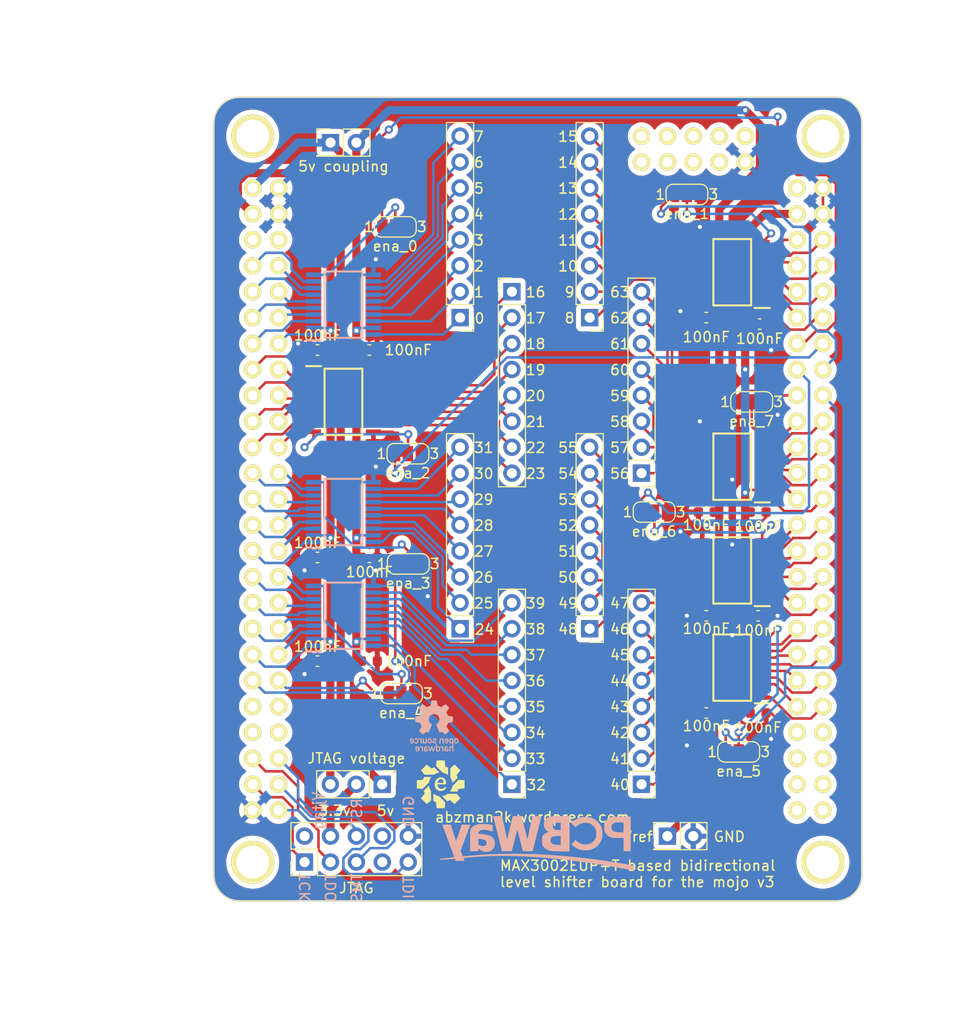
<source format=kicad_pcb>
(kicad_pcb (version 20221018) (generator pcbnew)
  (layers (0 "F.Cu" signal) (31 "B.Cu" signal) (34 "B.Paste" user) (35 "F.Paste" user) (36 "B.SilkS" user "B.Silkscreen") (37 "F.SilkS" user "F.Silkscreen") (38 "B.Mask" user) (39 "F.Mask" user) (44 "Edge.Cuts" user))
  (net 0 "")
  (net 24 "+3.3V")
  (net 25 "GND")
  (net 26 "Vref")
  (net 27 "3v_0")
  (net 28 "3v_1")
  (net 29 "3v_2")
  (net 30 "3v_3")
  (net 31 "3v_4")
  (net 32 "3v_5")
  (net 33 "3v_6")
  (net 34 "3v_7")
  (net 35 "ena_0")
  (net 36 "5v_7")
  (net 37 "5v_6")
  (net 38 "5v_5")
  (net 39 "5v_4")
  (net 40 "5v_3")
  (net 41 "5v_2")
  (net 42 "5v_1")
  (net 43 "5v_0")
  (net 44 "3v_8")
  (net 45 "3v_9")
  (net 46 "3v_10")
  (net 47 "3v_11")
  (net 48 "3v_12")
  (net 49 "3v_13")
  (net 50 "3v_14")
  (net 51 "3v_15")
  (net 52 "ena_1")
  (net 53 "5v_15")
  (net 54 "5v_14")
  (net 55 "5v_13")
  (net 56 "5v_12")
  (net 57 "5v_11")
  (net 58 "5v_10")
  (net 59 "5v_9")
  (net 60 "5v_8")
  (net 61 "3v_16")
  (net 62 "3v_17")
  (net 63 "3v_18")
  (net 64 "3v_19")
  (net 65 "3v_20")
  (net 66 "3v_21")
  (net 67 "3v_22")
  (net 68 "3v_23")
  (net 69 "ena_2")
  (net 70 "5v_23")
  (net 71 "5v_22")
  (net 72 "5v_21")
  (net 73 "5v_20")
  (net 74 "5v_19")
  (net 75 "5v_18")
  (net 76 "5v_17")
  (net 77 "5v_16")
  (net 78 "3v_24")
  (net 79 "3v_25")
  (net 80 "3v_26")
  (net 81 "3v_27")
  (net 82 "3v_28")
  (net 83 "3v_29")
  (net 84 "3v_30")
  (net 85 "3v_31")
  (net 86 "ena_3")
  (net 87 "5v_31")
  (net 88 "5v_30")
  (net 89 "5v_29")
  (net 90 "5v_28")
  (net 91 "5v_27")
  (net 92 "5v_26")
  (net 93 "5v_25")
  (net 94 "5v_24")
  (net 95 "3v_32")
  (net 96 "3v_33")
  (net 97 "3v_34")
  (net 98 "3v_35")
  (net 99 "3v_36")
  (net 100 "3v_37")
  (net 101 "3v_38")
  (net 102 "3v_39")
  (net 103 "ena_4")
  (net 104 "5v_39")
  (net 105 "5v_38")
  (net 106 "5v_37")
  (net 107 "5v_36")
  (net 108 "5v_35")
  (net 109 "5v_34")
  (net 110 "5v_33")
  (net 111 "5v_32")
  (net 112 "3v_40")
  (net 113 "3v_41")
  (net 114 "3v_42")
  (net 115 "3v_43")
  (net 116 "3v_44")
  (net 117 "3v_45")
  (net 118 "3v_46")
  (net 119 "3v_47")
  (net 120 "ena_5")
  (net 121 "5v_47")
  (net 122 "5v_46")
  (net 123 "5v_45")
  (net 124 "5v_44")
  (net 125 "5v_43")
  (net 126 "5v_42")
  (net 127 "5v_41")
  (net 128 "5v_40")
  (net 129 "3v_48")
  (net 130 "3v_49")
  (net 131 "3v_50")
  (net 132 "3v_51")
  (net 133 "3v_52")
  (net 134 "3v_53")
  (net 135 "3v_54")
  (net 136 "3v_55")
  (net 137 "ena_6")
  (net 138 "5v_55")
  (net 139 "5v_54")
  (net 140 "5v_53")
  (net 141 "5v_52")
  (net 142 "5v_51")
  (net 143 "5v_50")
  (net 144 "5v_49")
  (net 145 "5v_48")
  (net 146 "3v_56")
  (net 147 "3v_57")
  (net 148 "3v_58")
  (net 149 "3v_59")
  (net 150 "3v_60")
  (net 151 "3v_61")
  (net 152 "3v_62")
  (net 153 "3v_63")
  (net 154 "ena_7")
  (net 155 "5v_63")
  (net 156 "5v_62")
  (net 157 "5v_61")
  (net 158 "5v_60")
  (net 159 "5v_59")
  (net 160 "5v_58")
  (net 161 "5v_57")
  (net 162 "5v_56")
  (net 163 "+5V")
  (net 164 "TCK")
  (net 166 "TDO")
  (net 167 "vJTAG")
  (net 168 "TMS")
  (net 169 "RST")
  (net 172 "TDI")
  (net 173 "Net-(JP1-A)")
  (net 174 "Net-(JP2-A)")
  (net 175 "Net-(JP3-A)")
  (net 176 "Net-(JP4-A)")
  (net 177 "Net-(JP5-A)")
  (net 178 "Net-(JP8-A)")
  (net 179 "Net-(JP7-A)")
  (net 180 "Net-(JP6-A)")
  (footprint "Jumper:SolderJumper-3_P1.3mm_Bridged12_RoundedPad1.0x1.5mm_NumberLabels" (layer "F.Cu") (at 138.4 128.905)
    (fp_text reference "JP5" hide)
    (fp_text value "ena_4")
  )
  (footprint "Connector_PinHeader_2.54mm:PinHeader_1x08_P2.54mm_Vertical" (layer "F.Cu") (at 156.845 92.075 180)
    (fp_text reference "J5" hide)
    (fp_text value "8-15" hide)
  )
  (footprint "Connector_PinHeader_2.54mm:PinHeader_2x05_P2.54mm_Vertical" (layer "F.Cu") (at 128.905 145.415 90)
    (fp_text reference "J2" hide)
    (fp_text value "JTAG")
  )
  (footprint "Connector_PinHeader_2.54mm:PinHeader_2x01_P2.54mm_Vertical" (layer "F.Cu") (at 131.445 74.93)
    (fp_text reference "J1" hide)
    (fp_text value "5v coupling")
  )
  (footprint "Jumper:SolderJumper-3_P1.3mm_Bridged12_RoundedPad1.0x1.5mm_NumberLabels" (layer "F.Cu") (at 137.795 83.185)
    (fp_text reference "JP1" hide)
    (fp_text value "ena_0")
  )
  (footprint "Jumper:SolderJumper-3_P1.3mm_Bridged12_RoundedPad1.0x1.5mm_NumberLabels" (layer "F.Cu") (at 172.72 100.33)
    (fp_text reference "JP8" hide)
    (fp_text value "ena_7")
  )
  (footprint "Capacitor_SMD:C_0603_1608Metric" (layer "F.Cu") (at 168.275 130.81 180)
    (fp_text reference "C10" hide)
    (fp_text value "100nF")
  )
  (footprint "Capacitor_SMD:C_0603_1608Metric" (layer "F.Cu") (at 135.255 95.25)
    (fp_text reference "C2" hide)
    (fp_text value "100nF")
  )
  (footprint "Connector_PinHeader_2.54mm:PinHeader_1x08_P2.54mm_Vertical" (layer "F.Cu") (at 161.925 107.315 180)
    (fp_text reference "J11" hide)
    (fp_text value "56-63" hide)
  )
  (footprint "Capacitor_SMD:C_0603_1608Metric" (layer "F.Cu") (at 173.355 121.285)
    (fp_text reference "C15" hide)
    (fp_text value "100nF")
  )
  (footprint "Capacitor_SMD:C_0603_1608Metric" (layer "F.Cu") (at 135.255 115.57)
    (fp_text reference "C4" hide)
    (fp_text value "100nF")
  )
  (footprint "Evan's parts:SOP65P640X110-20N" (layer "F.Cu") (at 170.815 87.63 180)
    (fp_text reference "IC2" hide)
    (fp_text value "MAX3002EUP+T" hide)
  )
  (footprint "Connector_PinHeader_2.54mm:PinHeader_1x03_P2.54mm_Vertical" (layer "F.Cu") (at 136.51 137.795 -90)
    (fp_text reference "J3" hide)
    (fp_text value "JTAG voltage")
  )
  (footprint "mojov3:Mojo" (layer "F.Cu") (at 183.515 70.485 -90)
    (fp_text reference "P1" hide)
    (fp_text value "MOJO" hide)
  )
  (footprint "Capacitor_SMD:C_0603_1608Metric" (layer "F.Cu") (at 130.175 125.73 180)
    (fp_text reference "C5" hide)
    (fp_text value "100nF")
  )
  (footprint "Capacitor_SMD:C_0603_1608Metric" (layer "F.Cu") (at 168.275 92.075 180)
    (fp_text reference "C14" hide)
    (fp_text value "100nF")
  )
  (footprint "Capacitor_SMD:C_0603_1608Metric" (layer "F.Cu") (at 173.355 111.125)
    (fp_text reference "C13" hide)
    (fp_text value "100nF")
  )
  (footprint "Capacitor_SMD:C_0603_1608Metric" (layer "F.Cu") (at 135.255 125.73)
    (fp_text reference "C6" hide)
    (fp_text value "100nF")
  )
  (footprint "Capacitor_SMD:C_0603_1608Metric" (layer "F.Cu") (at 130.175 95.25 180)
    (fp_text reference "C1" hide)
    (fp_text value "100nF")
  )
  (footprint "Jumper:SolderJumper-3_P1.3mm_Bridged12_RoundedPad1.0x1.5mm_NumberLabels" (layer "F.Cu") (at 139.065 116.205)
    (fp_text reference "JP4" hide)
    (fp_text value "ena_3")
  )
  (footprint "Evan's parts:SOP65P640X110-20N" (layer "F.Cu") (at 132.715 100.33)
    (fp_text reference "IC3" hide)
    (fp_text value "MAX3002EUP+T" hide)
  )
  (footprint "Connector_PinHeader_2.54mm:PinHeader_1x08_P2.54mm_Vertical" (layer "F.Cu") (at 144.145 122.555 180)
    (fp_text reference "J7" hide)
    (fp_text value "24-31" hide)
  )
  (footprint "Connector_PinHeader_2.54mm:PinHeader_1x08_P2.54mm_Vertical" (layer "F.Cu") (at 144.145 92.075 180)
    (fp_text reference "J4" hide)
    (fp_text value "0-7" hide)
  )
  (footprint "Connector_PinHeader_2.54mm:PinHeader_1x08_P2.54mm_Vertical" (layer "F.Cu") (at 161.925 137.795 180)
    (fp_text reference "J9" hide)
    (fp_text value "40-47" hide)
  )
  (footprint "Capacitor_SMD:C_0603_1608Metric" (layer "F.Cu") (at 130.175 115.57 180)
    (fp_text reference "C3" hide)
    (fp_text value "100nF")
  )
  (footprint "Connector_PinHeader_2.54mm:PinHeader_1x08_P2.54mm_Vertical" (layer "F.Cu") (at 156.845 122.555 180)
    (fp_text reference "J10" hide)
    (fp_text value "48-55" hide)
  )
  (footprint "Connector_PinHeader_2.54mm:PinHeader_1x08_P2.54mm_Vertical" (layer "F.Cu") (at 149.225 137.795 180)
    (fp_text reference "J8" hide)
    (fp_text value "32-39" hide)
  )
  (footprint "Evan's parts:SOP65P640X110-20N" (layer "F.Cu") (at 170.815 106.68 180)
    (fp_text reference "IC8" hide)
    (fp_text value "MAX3002EUP+T" hide)
  )
  (footprint "Jumper:SolderJumper-3_P1.3mm_Bridged12_RoundedPad1.0x1.5mm_NumberLabels" (layer "F.Cu") (at 163.165 111.125)
    (fp_text reference "JP7" hide)
    (fp_text value "ena_6")
  )
  (footprint "Capacitor_SMD:C_0603_1608Metric" (layer "F.Cu") (at 168.275 111.125 180)
    (fp_text reference "C8" hide)
    (fp_text value "100nF")
  )
  (footprint "Jumper:SolderJumper-3_P1.3mm_Bridged12_RoundedPad1.0x1.5mm_NumberLabels" (layer "F.Cu") (at 171.45 134.62)
    (fp_text reference "JP6" hide)
    (fp_text value "ena_5")
  )
  (footprint "Capacitor_SMD:C_0603_1608Metric" (layer "F.Cu") (at 173.355 130.81)
    (fp_text reference "C9" hide)
    (fp_text value "100nF")
  )
  (footprint "Jumper:SolderJumper-3_P1.3mm_Bridged12_RoundedPad1.0x1.5mm_NumberLabels" (layer "F.Cu") (at 166.37 80.01)
    (fp_text reference "JP2" hide)
    (fp_text value "ena_1")
  )
  (footprint "Jumper:SolderJumper-3_P1.3mm_Bridged12_RoundedPad1.0x1.5mm_NumberLabels" (layer "F.Cu") (at 139.035 105.41)
    (fp_text reference "JP3" hide)
    (fp_text value "ena_2")
  )
  (footprint "Evan's parts:SOP65P640X110-20N" (layer "F.Cu") (at 170.815 126.365 180)
    (fp_text reference "IC6" hide)
    (fp_text value "MAX3002EUP+T" hide)
  )
  (footprint "Connector_PinHeader_2.54mm:PinHeader_1x08_P2.54mm_Vertical" (layer "F.Cu") (at 149.225 89.535)
    (fp_text reference "J6" hide)
    (fp_text value "16-23" hide)
  )
  (footprint "Capacitor_SMD:C_0603_1608Metric" (layer "F.Cu") (at 168.275 121.285 180)
    (fp_text reference "C16" hide)
    (fp_text value "100nF")
  )
  (footprint "Capacitor_SMD:C_0603_1608Metric" (layer "F.Cu") (at 173.495 92.71)
    (fp_text reference "C7" hide)
    (fp_text value "100nF")
  )
  (footprint "Evan's parts:SOP65P640X110-20N" (layer "F.Cu") (at 170.815 116.84 180)
    (fp_text reference "IC7" hide)
    (fp_text value "MAX3002EUP+T" hide)
  )
  (footprint "Connector_PinHeader_2.54mm:PinHeader_2x01_P2.54mm_Vertical" (layer "F.Cu") (at 164.46 142.875)
    (fp_text reference "J12" hide)
    (fp_text value "reference voltage" hide)
  )
  (footprint "Evan's parts:Evan Logo" (layer "F.Cu") (at 142.24 137.795)
    (fp_text reference "G***" hide)
    (fp_text value "LOGO" hide)
  )
  (footprint "Evan's parts:SOP65P640X110-20N" (layer "B.Cu") (at 132.715 121.285)
    (fp_text reference "IC5" hide)
    (fp_text value "MAX3002EUP+T" hide)
  )
  (footprint "Evan's parts:SOP65P640X110-20N" (layer "B.Cu") (at 132.715 111.125)
    (fp_text reference "IC4" hide)
    (fp_text value "MAX3002EUP+T" hide)
  )
  (footprint "Evan's parts:SOP65P640X110-20N" (layer "B.Cu") (at 132.715 90.805)
    (fp_text reference "IC1" hide)
    (fp_text value "MAX3002EUP+T" hide)
  )
  (footprint "Evan's parts:OSHW gear" (layer "B.Cu") (at 141.605 132.08 180)
    (fp_text reference "G***" hide)
    (fp_text value "LOGO" hide)
  )
  (footprint "Evan's parts:pcbway logo" (layer "B.Cu") (at 151.765 143.51 180)
    (fp_text reference "G***" hide)
    (fp_text value "LOGO" hide)
  )
  (gr_line (start 120.015 146.685) (end 120.015 73.025) (stroke (width 0.1)) (layer "Edge.Cuts"))
  (gr_arc (start 120.015 73.025) (mid 120.758949 71.228949) (end 122.555 70.485) (stroke (width 0.1)) (layer "Edge.Cuts"))
  (gr_line (start 122.555 70.485) (end 180.975 70.485) (stroke (width 0.1)) (layer "Edge.Cuts"))
  (gr_arc (start 122.555 149.225) (mid 120.758949 148.481051) (end 120.015 146.685) (stroke (width 0.1)) (layer "Edge.Cuts"))
  (gr_line (start 183.515 73.025) (end 183.515 146.685) (stroke (width 0.1)) (layer "Edge.Cuts"))
  (gr_line (start 180.975 149.225) (end 122.555 149.225) (stroke (width 0.1)) (layer "Edge.Cuts"))
  (gr_arc (start 180.975 70.485) (mid 182.771051 71.228949) (end 183.515 73.025) (stroke (width 0.1)) (layer "Edge.Cuts"))
  (gr_arc (start 183.515 146.685) (mid 182.771051 148.481051) (end 180.975 149.225) (stroke (width 0.1)) (layer "Edge.Cuts"))
  (gr_text "TDO" (at 132.08 146.431 90) (layer "B.SilkS") (effects (font (size 1 1)) (justify left bottom mirror)))
  (gr_text "TDI" (at 139.7 146.685 90) (layer "B.SilkS") (effects (font (size 1 1)) (justify left bottom mirror)))
  (gr_text "RST" (at 134.62 139.065 90) (layer "B.SilkS") (effects (font (size 1 1)) (justify left bottom mirror)))
  (gr_text "GND" (at 139.7 138.811 90) (layer "B.SilkS") (effects (font (size 1 1)) (justify left bottom mirror)))
  (gr_text "TCK" (at 129.54 146.431 90) (layer "B.SilkS") (effects (font (size 1 1)) (justify left bottom mirror)))
  (gr_text "TMS" (at 134.62 146.431 90) (layer "B.SilkS") (effects (font (size 1 1)) (justify left bottom mirror)))
  (gr_text "Vjtag" (at 130.81 138.43 90) (layer "B.SilkS") (effects (font (size 1 1)) (justify left bottom mirror)))
  (gr_text "15" (at 153.67 74.93) (layer "F.SilkS") (effects (font (size 1 1)) (justify left bottom)))
  (gr_text "63" (at 158.75 90.17) (layer "F.SilkS") (effects (font (size 1 1)) (justify left bottom)))
  (gr_text "44" (at 158.75 128.27) (layer "F.SilkS") (effects (font (size 1 1)) (justify left bottom)))
  (gr_text "11" (at 153.67 85.09) (layer "F.SilkS") (effects (font (size 1 1)) (justify left bottom)))
  (gr_text "9" (at 154.305 90.17) (layer "F.SilkS") (effects (font (size 1 1)) (justify left bottom)))
  (gr_text "43" (at 158.75 130.81) (layer "F.SilkS") (effects (font (size 1 1)) (justify left bottom)))
  (gr_text "Vref" (at 160.02 143.51) (layer "F.SilkS") (effects (font (size 1 1)) (justify left bottom)))
  (gr_text "39" (at 150.495 120.65) (layer "F.SilkS") (effects (font (size 1 1)) (justify left bottom)))
  (gr_text "34" (at 150.495 133.35) (layer "F.SilkS") (effects (font (size 1 1)) (justify left bottom)))
  (gr_text "56" (at 158.75 107.95) (layer "F.SilkS") (effects (font (size 1 1)) (justify left bottom)))
  (gr_text "47" (at 158.75 120.65) (layer "F.SilkS") (effects (font (size 1 1)) (justify left bottom)))
  (gr_text "42" (at 158.75 133.35) (layer "F.SilkS") (effects (font (size 1 1)) (justify left bottom)))
  (gr_text "10" (at 153.67 87.63) (layer "F.SilkS") (effects (font (size 1 1)) (justify left bottom)))
  (gr_text "19" (at 150.495 97.79) (layer "F.SilkS") (effects (font (size 1 1)) (justify left bottom)))
  (gr_text "24" (at 145.475 123.22) (layer "F.SilkS") (effects (font (size 1 1)) (justify left bottom)))
  (gr_text "6" (at 145.415 77.47) (layer "F.SilkS") (effects (font (size 1 1)) (justify left bottom)))
  (gr_text "59" (at 158.75 100.33) (layer "F.SilkS") (effects (font (size 1 1)) (justify left bottom)))
  (gr_text "12" (at 153.67 82.55) (layer "F.SilkS") (effects (font (size 1 1)) (justify left bottom)))
  (gr_text "27" (at 145.415 115.57) (layer "F.SilkS") (effects (font (size 1 1)) (justify left bottom)))
  (gr_text "14" (at 153.67 77.47) (layer "F.SilkS") (effects (font (size 1 1)) (justify left bottom)))
  (gr_text "54" (at 153.67 107.95) (layer "F.SilkS") (effects (font (size 1 1)) (justify left bottom)))
  (gr_text "4" (at 145.415 82.55) (layer "F.SilkS") (effects (font (size 1 1)) (justify left bottom)))
  (gr_text "13" (at 153.67 80.01) (layer "F.SilkS") (effects (font (size 1 1)) (justify left bottom)))
  (gr_text "53" (at 153.67 110.49) (layer "F.SilkS") (effects (font (size 1 1)) (justify left bottom)))
  (gr_text "37" (at 150.495 125.73) (layer "F.SilkS") (effects (font (size 1 1)) (justify left bottom)))
  (gr_text "35" (at 150.495 130.81) (layer "F.SilkS") (effects (font (size 1 1)) (justify left bottom)))
  (gr_text "40" (at 158.75 138.43) (layer "F.SilkS") (effects (font (size 1 1)) (justify left bottom)))
  (gr_text "50" (at 153.67 118.11) (layer "F.SilkS") (effects (font (size 1 1)) (justify left bottom)))
  (gr_text "41" (at 158.75 135.89) (layer "F.SilkS") (effects (font (size 1 1)) (justify left bottom)))
  (gr_text "7" (at 145.415 74.93) (layer "F.SilkS") (effects (font (size 1 1)) (justify left bottom)))
  (gr_text "55" (at 153.67 105.41) (layer "F.SilkS") (effects (font (size 1 1)) (justify left bottom)))
  (gr_text "49" (at 153.67 120.65) (layer "F.SilkS") (effects (font (size 1 1)) (justify left bottom)))
  (gr_text "60" (at 158.75 97.79) (layer "F.SilkS") (effects (font (size 1 1)) (justify left bottom)))
  (gr_text "18" (at 150.495 95.25) (layer "F.SilkS") (effects (font (size 1 1)) (justify left bottom)))
  (gr_text "MAX3002EUP+T based bidirectional \nlevel shifter board for the mojo v3" (at 147.955 147.955) (layer "F.SilkS") (effects (font (size 1 1)) (justify left bottom)))
  (gr_text "3" (at 145.415 85.09) (layer "F.SilkS") (effects (font (size 1 1)) (justify left bottom)))
  (gr_text "0" (at 145.475 92.74) (layer "F.SilkS") (effects (font (size 1 1)) (justify left bottom)))
  (gr_text "2" (at 145.415 87.63) (layer "F.SilkS") (effects (font (size 1 1)) (justify left bottom)))
  (gr_text "5v" (at 135.89 140.97) (layer "F.SilkS") (effects (font (size 1 1)) (justify left bottom)))
  (gr_text "38" (at 150.495 123.19) (layer "F.SilkS") (effects (font (size 1 1)) (justify left bottom)))
  (gr_text "51" (at 153.67 115.57) (layer "F.SilkS") (effects (font (size 1 1)) (justify left bottom)))
  (gr_text "1" (at 145.415 90.17) (layer "F.SilkS") (effects (font (size 1 1)) (justify left bottom)))
  (gr_text "52" (at 153.67 113.03) (layer "F.SilkS") (effects (font (size 1 1)) (justify left bottom)))
  (gr_text "25" (at 145.415 120.65) (layer "F.SilkS") (effects (font (size 1 1)) (justify left bottom)))
  (gr_text "5" (at 145.415 80.01) (layer "F.SilkS") (effects (font (size 1 1)) (justify left bottom)))
  (gr_text "33" (at 150.495 135.89) (layer "F.SilkS") (effects (font (size 1 1)) (justify left bottom)))
  (gr_text "23" (at 150.495 107.95) (layer "F.SilkS") (effects (font (size 1 1)) (justify left bottom)))
  (gr_text "57" (at 158.75 105.41) (layer "F.SilkS") (effects (font (size 1 1)) (justify left bottom)))
  (gr_text "20" (at 150.495 100.33) (layer "F.SilkS") (effects (font (size 1 1)) (justify left bottom)))
  (gr_text "17" (at 150.495 92.71) (layer "F.SilkS") (effects (font (size 1 1)) (justify left bottom)))
  (gr_text "58" (at 158.75 102.87) (layer "F.SilkS") (effects (font (size 1 1)) (justify left bottom)))
  (gr_text "36" (at 150.495 128.27) (layer "F.SilkS") (effects (font (size 1 1)) (justify left bottom)))
  (gr_text "29" (at 145.415 110.49) (layer "F.SilkS") (effects (font (size 1 1)) (justify left bottom)))
  (gr_text "31" (at 145.415 105.41) (layer "F.SilkS") (effects (font (size 1 1)) (justify left bottom)))
  (gr_text "28" (at 145.415 113.03) (layer "F.SilkS") (effects (font (size 1 1)) (justify left bottom)))
  (gr_text "8" (at 154.305 92.71) (layer "F.SilkS") (effects (font (size 1 1)) (justify left bottom)))
  (gr_text "GND" (at 168.91 143.51) (layer "F.SilkS") (effects (font (size 1 1)) (justify left bottom)))
  (gr_text "16" (at 150.495 90.17) (layer "F.SilkS") (effects (font (size 1 1)) (justify left bottom)))
  (gr_text "62" (at 158.75 92.71) (layer "F.SilkS") (effects (font (size 1 1)) (justify left bottom)))
  (gr_text "abzman2k.wordpress.com" (at 141.605 141.605) (layer "F.SilkS") (effects (font (size 1 1)) (justify left bottom)))
  (gr_text "21" (at 150.495 102.87) (layer "F.SilkS") (effects (font (size 1 1)) (justify left bottom)))
  (gr_text "45" (at 158.75 125.73) (layer "F.SilkS") (effects (font (size 1 1)) (justify left bottom)))
  (gr_text "46" (at 158.75 123.19) (layer "F.SilkS") (effects (font (size 1 1)) (justify left bottom)))
  (gr_text "48" (at 153.67 123.19) (layer "F.SilkS") (effects (font (size 1 1)) (justify left bottom)))
  (gr_text "30" (at 145.415 107.95) (layer "F.SilkS") (effects (font (size 1 1)) (justify left bottom)))
  (gr_text "22" (at 150.495 105.41) (layer "F.SilkS") (effects (font (size 1 1)) (justify left bottom)))
  (gr_text "26" (at 145.415 118.11) (layer "F.SilkS") (effects (font (size 1 1)) (justify left bottom)))
  (gr_text "61" (at 158.75 95.25) (layer "F.SilkS") (effects (font (size 1 1)) (justify left bottom)))
  (gr_text "32" (at 150.555 138.46) (layer "F.SilkS") (effects (font (size 1 1)) (justify left bottom)))
  (gr_text "3.3v" (at 130.175 140.97) (layer "F.SilkS") (effects (font (size 1 1)) (justify left bottom)))
  (segment (start 173.99 81.915) (end 172.085 83.82) (width 0.8) (layer "F.Cu") (net 24))
  (segment (start 131.445 93.345) (end 131.445 98.425) (width 0.8) (layer "F.Cu") (net 24))
  (segment (start 131.43 123.84) (end 131.43 137.795) (width 0.8) (layer "F.Cu") (net 24))
  (segment (start 131.445 123.825) (end 131.43 123.84) (width 0.8) (layer "F.Cu") (net 24))
  (segment (start 123.22439 77.925) (end 127.455 77.925) (width 0.8) (layer "F.Cu") (net 24))
  (segment (start 172.085 128.905) (end 172.085 130.315) (width 0.8) (layer "F.Cu") (net 24))
  (segment (start 173.753 108.955) (end 172.35 108.955) (width 0.25) (layer "F.Cu") (net 24))
  (segment (start 122.375 78.77439) (end 123.22439 77.925) (width 0.8) (layer "F.Cu") (net 24))
  (segment (start 129.777 98.055) (end 131.075 98.055) (width 0.25) (layer "F.Cu") (net 24))
  (segment (start 131.075 98.055) (end 131.445 98.425) (width 0.25) (layer "F.Cu") (net 24))
  (segment (start 173.753 119.115) (end 172.35 119.115) (width 0.25) (layer "F.Cu") (net 24))
  (segment (start 172.085 109.22) (end 172.085 119.38) (width 0.8) (layer "F.Cu") (net 24))
  (segment (start 173.753 128.64) (end 172.35 128.64) (width 0.25) (layer "F.Cu") (net 24))
  (segment (start 131.445 113.665) (end 131.445 123.825) (width 0.8) (layer "F.Cu") (net 24))
  (segment (start 172.085 90.17) (end 172.085 97.155) (width 0.8) (layer "F.Cu") (net 24))
  (segment (start 172.35 128.64) (end 172.085 128.905) (width 0.25) (layer "F.Cu") (net 24))
  (segment (start 131.445 98.425) (end 131.445 113.665) (width 0.8) (layer "F.Cu") (net 24))
  (segment (start 172.35 119.115) (end 172.085 119.38) (width 0.25) (layer "F.Cu") (net 24))
  (segment (start 177.165 81.915) (end 173.99 81.915) (width 0.8) (layer "F.Cu") (net 24))
  (segment (start 172.085 119.38) (end 172.085 128.905) (width 0.8) (layer "F.Cu") (net 24))
  (segment (start 172.085 130.315) (end 172.58 130.81) (width 0.8) (layer "F.Cu") (net 24))
  (segment (start 123.825 81.915) (end 122.375 80.465) (width 0.8) (layer "F.Cu") (net 24))
  (segment (start 173.753 89.905) (end 172.35 89.905) (width 0.25) (layer "F.Cu") (net 24))
  (segment (start 172.085 83.82) (end 172.085 90.17) (width 0.8) (layer "F.Cu") (net 24))
  (segment (start 131.445 81.915) (end 131.445 93.345) (width 0.8) (layer "F.Cu") (net 24))
  (segment (start 122.375 80.465) (end 122.375 78.77439) (width 0.8) (layer "F.Cu") (net 24))
  (segment (start 172.35 89.905) (end 172.085 90.17) (width 0.25) (layer "F.Cu") (net 24))
  (segment (start 127.455 77.925) (end 131.445 81.915) (width 0.8) (layer "F.Cu") (net 24))
  (segment (start 172.35 108.955) (end 172.085 109.22) (width 0.25) (layer "F.Cu") (net 24))
  (via (at 172.085 109.22) (size 0.8) (drill 0.4) (layers "F.Cu" "B.Cu") (net 24))
  (via (at 131.445 123.825) (size 0.8) (drill 0.4) (layers "F.Cu" "B.Cu") (net 24))
  (via (at 131.445 93.345) (size 0.8) (drill 0.4) (layers "F.Cu" "B.Cu") (net 24))
  (via (at 172.085 97.155) (size 0.8) (drill 0.4) (layers "F.Cu" "B.Cu") (net 24))
  (via (at 131.445 113.665) (size 0.8) (drill 0.4) (layers "F.Cu" "B.Cu") (net 24))
  (segment (start 131.18 93.08) (end 131.445 93.345) (width 0.25) (layer "B.Cu") (net 24))
  (segment (start 129.777 123.56) (end 131.18 123.56) (width 0.25) (layer "B.Cu") (net 24))
  (segment (start 129.777 93.08) (end 131.18 93.08) (width 0.25) (layer "B.Cu") (net 24))
  (segment (start 172.085 97.155) (end 172.085 109.22) (width 0.8) (layer "B.Cu") (net 24))
  (segment (start 131.18 113.4) (end 131.445 113.665) (width 0.25) (layer "B.Cu") (net 24))
  (segment (start 129.777 113.4) (end 131.18 113.4) (width 0.25) (layer "B.Cu") (net 24))
  (segment (start 131.18 123.56) (end 131.445 123.825) (width 0.25) (layer "B.Cu") (net 24))
  (segment (start 174.13 111.125) (end 174.13 111.62) (width 0.25) (layer "F.Cu") (net 25))
  (segment (start 175.26 93.345) (end 175.26 94.615) (width 0.25) (layer "F.Cu") (net 25))
  (segment (start 167.005 83.185) (end 167.64 83.185) (width 0.25) (layer "F.Cu") (net 25))
  (segment (start 137.545 103.255) (end 137.545 103.755) (width 0.25) (layer "F.Cu") (net 25))
  (segment (start 175.26 131.445) (end 175.26 132.715) (width 0.25) (layer "F.Cu") (net 25))
  (segment (start 167.077792 103.755) (end 165.963896 102.641104) (width 0.25) (layer "F.Cu") (net 25))
  (segment (start 174.13 111.62) (end 173.355 112.395) (width 0.25) (layer "F.Cu") (net 25))
  (segment (start 167.877 84.705) (end 165.985 84.705) (width 0.25) (layer "F.Cu") (net 25))
  (segment (start 165.985 121.67) (end 166.37 121.285) (width 0.25) (layer "F.Cu") (net 25))
  (segment (start 165.985 84.705) (end 165.735 84.455) (width 0.25) (layer "F.Cu") (net 25))
  (segment (start 166.37 102.235) (end 167.64 102.235) (width 0.25) (layer "F.Cu") (net 25))
  (segment (start 135.89 105.41) (end 135.89 106.68) (width 0.25) (layer "F.Cu") (net 25))
  (segment (start 174.625 130.81) (end 175.26 131.445) (width 0.25) (layer "F.Cu") (net 25))
  (segment (start 135.653 103.255) (end 137.545 103.255) (width 0.25) (layer "F.Cu") (net 25))
  (segment (start 128.27 95.25) (end 129.4 95.25) (width 0.25) (layer "F.Cu") (net 25))
  (segment (start 165.985 123.44) (end 165.985 121.67) (width 0.25) (layer "F.Cu") (net 25))
  (segment (start 166.62 113.915) (end 165.735 113.03) (width 0.25) (layer "F.Cu") (net 25))
  (segment (start 179.705 79.375) (end 179.705 81.915) (width 0.25) (layer "F.Cu") (net 25))
  (segment (start 167.877 123.44) (end 165.985 123.44) (width 0.25) (layer "F.Cu") (net 25))
  (segment (start 175.26 94.615) (end 174.625 95.25) (width 0.25) (layer "F.Cu") (net 25))
  (segment (start 167.877 113.915) (end 166.62 113.915) (width 0.25) (layer "F.Cu") (net 25))
  (segment (start 137.545 103.755) (end 135.89 105.41) (width 0.25) (layer "F.Cu") (net 25))
  (segment (start 174.625 92.71) (end 175.26 93.345) (width 0.25) (layer "F.Cu") (net 25))
  (segment (start 175.26 132.715) (end 174.625 133.35) (width 0.25) (layer "F.Cu") (net 25))
  (segment (start 165.963896 102.641104) (end 166.37 102.235) (width 0.25) (layer "F.Cu") (net 25))
  (segment (start 128.27 94.615) (end 128.27 95.25) (width 0.25) (layer "F.Cu") (net 25))
  (segment (start 167.877 103.755) (end 167.077792 103.755) (width 0.25) (layer "F.Cu") (net 25))
  (segment (start 174.27 92.71) (end 174.625 92.71) (width 0.25) (layer "F.Cu") (net 25))
  (segment (start 174.13 130.81) (end 174.625 130.81) (width 0.25) (layer "F.Cu") (net 25))
  (segment (start 165.735 84.455) (end 167.005 83.185) (width 0.25) (layer "F.Cu") (net 25))
  (via (at 135.89 106.68) (size 0.8) (drill 0.4) (layers "F.Cu" "B.Cu") (net 25))
  (via (at 170.815 123.19) (size 0.8) (drill 0.4) (layers "F.Cu" "B.Cu") (net 25))
  (via (at 173.355 112.395) (size 0.8) (drill 0.4) (layers "F.Cu" "B.Cu") (net 25))
  (via (at 168.275 112.395) (size 0.8) (drill 0.4) (layers "F.Cu" "B.Cu") (net 25))
  (via (at 166.37 133.985) (size 0.8) (drill 0.4) (layers "F.Cu" "B.Cu") (net 25))
  (via (at 174.625 133.35) (size 0.8) (drill 0.4) (layers "F.Cu" "B.Cu") (net 25))
  (via (at 128.905 116.84) (size 0.8) (drill 0.4) (layers "F.Cu" "B.Cu") (net 25))
  (via (at 165.735 91.44) (size 0.8) (drill 0.4) (layers "F.Cu" "B.Cu") (net 25))
  (via (at 175.26 101.6) (size 0.8) (drill 0.4) (layers "F.Cu" "B.Cu") (net 25))
  (via (at 166.37 121.285) (size 0.8) (drill 0.4) (layers "F.Cu" "B.Cu") (net 25))
  (via (at 128.905 127) (size 0.8) (drill 0.4) (layers "F.Cu" "B.Cu") (net 25))
  (via (at 167.64 102.235) (size 0.8) (drill 0.4) (layers "F.Cu" "B.Cu") (net 25))
  (via (at 175.26 121.285) (size 0.8) (drill 0.4) (layers "F.Cu" "B.Cu") (net 25))
  (via (at 167.64 83.185) (size 0.8) (drill 0.4) (layers "F.Cu" "B.Cu") (net 25))
  (via (at 135.89 86.36) (size 0.8) (drill 0.4) (layers "F.Cu" "B.Cu") (net 25))
  (via (at 128.27 94.615) (size 0.8) (drill 0.4) (layers "F.Cu" "B.Cu") (net 25))
  (via (at 140.97 119.38) (size 0.8) (drill 0.4) (layers "F.Cu" "B.Cu") (net 25))
  (via (at 174.625 95.25) (size 0.8) (drill 0.4) (layers "F.Cu" "B.Cu") (net 25))
  (via (at 170.815 114.3) (size 0.8) (drill 0.4) (layers "F.Cu" "B.Cu") (net 25))
  (via (at 170.815 107.95) (size 0.8) (drill 0.4) (layers "F.Cu" "B.Cu") (net 25))
  (via (at 170.815 102.87) (size 0.8) (drill 0.4) (layers "F.Cu" "B.Cu") (net 25))
  (via (at 165.735 113.03) (size 0.8) (drill 0.4) (layers "F.Cu" "B.Cu") (net 25))
  (via (at 135.89 116.84) (size 0.8) (drill 0.4) (layers "F.Cu" "B.Cu") (net 25))
  (segment (start 135.653 108.2) (end 134.235 108.2) (width 0.25) (layer "B.Cu") (net 25))
  (segment (start 137.795 117.475) (end 136.525 117.475) (width 0.25) (layer "B.Cu") (net 25))
  (segment (start 135.653 87.88) (end 133.6 87.88) (width 0.25) (layer "B.Cu") (net 25))
  (segment (start 133.985 107.95) (end 135.255 106.68) (width 0.25) (layer "B.Cu") (net 25))
  (segment (start 134.235 108.2) (end 133.985 107.95) (width 0.25) (layer "B.Cu") (net 25))
  (segment (start 133.6 87.38) (end 134.62 86.36) (width 0.25) (layer "B.Cu") (net 25))
  (segment (start 135.255 106.68) (end 135.89 106.68) (width 0.25) (layer "B.Cu") (net 25))
  (segment (start 133.6 87.88) (end 133.6 87.38) (width 0.25) (layer "B.Cu") (net 25))
  (segment (start 134.62 86.36) (end 135.89 86.36) (width 0.25) (layer "B.Cu") (net 25))
  (segment (start 136.525 117.475) (end 135.89 116.84) (width 0.25) (layer "B.Cu") (net 25))
  (segment (start 136.91 118.36) (end 137.795 117.475) (width 0.25) (layer "B.Cu") (net 25))
  (segment (start 135.653 118.36) (end 136.91 118.36) (width 0.25) (layer "B.Cu") (net 25))
  (segment (start 133.985 123.825) (end 133.985 125.235) (width 0.8) (layer "F.Cu") (net 26))
  (segment (start 167.877 128.64) (end 169.28 128.64) (width 0.25) (layer "F.Cu") (net 26))
  (segment (start 164.46 142.875) (end 169.05 138.285) (width 0.8) (layer "F.Cu") (net 26))
  (segment (start 169.05 138.285) (end 169.05 130.81) (width 0.8) (layer "F.Cu") (net 26))
  (segment (start 169.545 128.905) (end 169.545 130.315) (width 0.8) (layer "F.Cu") (net 26))
  (segment (start 169.545 130.315) (end 169.05 130.81) (width 0.8) (layer "F.Cu") (net 26))
  (segment (start 169.545 81.42561) (end 173.535 77.43561) (width 0.8) (layer "F.Cu") (net 26))
  (segment (start 169.28 119.115) (end 169.545 119.38) (width 0.25) (layer "F.Cu") (net 26))
  (segment (start 169.545 90.17) (end 169.545 128.905) (width 0.8) (layer "F.Cu") (net 26))
  (segment (start 173.535 77.43561) (end 173.535 73.205) (width 0.8) (layer "F.Cu") (net 26))
  (segment (start 173.535 73.205) (end 172.085 71.755) (width 0.8) (layer "F.Cu") (net 26))
  (segment (start 167.877 108.955) (end 169.28 108.955) (width 0.25) (layer "F.Cu") (net 26))
  (segment (start 167.877 89.905) (end 169.28 89.905) (width 0.25) (layer "F.Cu") (net 26))
  (segment (start 135.653 98.055) (end 134.355 98.055) (width 0.25) (layer "F.Cu") (net 26))
  (segment (start 167.877 119.115) (end 169.28 119.115) (width 0.25) (layer "F.Cu") (net 26))
  (segment (start 169.545 90.17) (end 169.545 81.42561) (width 0.8) (layer "F.Cu") (net 26))
  (segment (start 169.28 89.905) (end 169.545 90.17) (width 0.25) (layer "F.Cu") (net 26))
  (segment (start 169.28 128.64) (end 169.545 128.905) (width 0.25) (layer "F.Cu") (net 26))
  (segment (start 133.985 123.825) (end 133.985 74.93) (width 0.8) (layer "F.Cu") (net 26))
  (segment (start 133.985 125.235) (end 134.48 125.73) (width 0.8) (layer "F.Cu") (net 26))
  (via (at 133.985 123.825) (size 0.8) (drill 0.4) (layers "F.Cu" "B.Cu") (net 26))
  (via (at 133.985 113.665) (size 0.8) (drill 0.4) (layers "F.Cu" "B.Cu") (net 26))
  (via (at 172.085 71.755) (size 0.8) (drill 0.4) (layers "F.Cu" "B.Cu") (net 26))
  (via (at 133.985 93.345) (size 0.8) (drill 0.4) (layers "F.Cu" "B.Cu") (net 26))
  (segment (start 137.16 71.755) (end 172.085 71.755) (width 0.8) (layer "B.Cu") (net 26))
  (segment (start 135.653 113.4) (end 134.25 113.4) (width 0.25) (layer "B.Cu") (net 26))
  (segment (start 134.25 113.4) (end 133.985 113.665) (width 0.25) (layer "B.Cu") (net 26))
  (segment (start 134.25 123.56) (end 133.985 123.825) (width 0.25) (layer "B.Cu") (net 26))
  (segment (start 133.985 74.93) (end 137.16 71.755) (width 0.8) (layer "B.Cu") (net 26))
  (segment (start 135.653 93.08) (end 134.25 93.08) (width 0.25) (layer "B.Cu") (net 26))
  (segment (start 135.653 123.56) (end 134.25 123.56) (width 0.25) (layer "B.Cu") (net 26))
  (segment (start 134.25 93.08) (end 133.985 93.345) (width 0.25) (layer "B.Cu") (net 26))
  (segment (start 129.777 93.73) (end 127.25 93.73) (width 0.25) (layer "B.Cu") (net 27))
  (segment (start 127.25 93.73) (end 126.365 94.615) (width 0.25) (layer "B.Cu") (net 27))
  (segment (start 126.756701 93.345) (end 125.095 93.345) (width 0.25) (layer "B.Cu") (net 28))
  (segment (start 129.777 92.43) (end 127.671701 92.43) (width 0.25) (layer "B.Cu") (net 28))
  (segment (start 127.671701 92.43) (end 126.756701 93.345) (width 0.25) (layer "B.Cu") (net 28))
  (segment (start 125.095 93.345) (end 123.825 94.615) (width 0.25) (layer "B.Cu") (net 28))
  (segment (start 129.777 91.78) (end 126.66 91.78) (width 0.25) (layer "B.Cu") (net 29))
  (segment (start 126.66 91.78) (end 126.365 92.075) (width 0.25) (layer "B.Cu") (net 29))
  (segment (start 129.777 91.13) (end 127.271701 91.13) (width 0.25) (layer "B.Cu") (net 30))
  (segment (start 125.095 90.805) (end 123.825 92.075) (width 0.25) (layer "B.Cu") (net 30))
  (segment (start 126.946701 90.805) (end 125.095 90.805) (width 0.25) (layer "B.Cu") (net 30))
  (segment (start 127.271701 91.13) (end 126.946701 90.805) (width 0.25) (layer "B.Cu") (net 30))
  (segment (start 127.31 90.48) (end 126.365 89.535) (width 0.25) (layer "B.Cu") (net 31))
  (segment (start 129.777 90.48) (end 127.31 90.48) (width 0.25) (layer "B.Cu") (net 31))
  (segment (start 129.777 89.83) (end 128.511701 89.83) (width 0.25) (layer "B.Cu") (net 32))
  (segment (start 128.511701 89.83) (end 126.946701 88.265) (width 0.25) (layer "B.Cu") (net 32))
  (segment (start 126.946701 88.265) (end 125.095 88.265) (width 0.25) (layer "B.Cu") (net 32))
  (segment (start 125.095 88.265) (end 123.825 89.535) (width 0.25) (layer "B.Cu") (net 32))
  (segment (start 128.55 89.18) (end 126.365 86.995) (width 0.25) (layer "B.Cu") (net 33))
  (segment (start 129.777 89.18) (end 128.55 89.18) (width 0.25) (layer "B.Cu") (net 33))
  (segment (start 126.756701 85.725) (end 125.095 85.725) (width 0.25) (layer "B.Cu") (net 34))
  (segment (start 128.8145 88.53) (end 127.635 87.3505) (width 0.25) (layer "B.Cu") (net 34))
  (segment (start 125.095 85.725) (end 123.825 86.995) (width 0.25) (layer "B.Cu") (net 34))
  (segment (start 127.635 87.3505) (end 127.635 86.603299) (width 0.25) (layer "B.Cu") (net 34))
  (segment (start 127.635 86.603299) (end 126.756701 85.725) (width 0.25) (layer "B.Cu") (net 34))
  (segment (start 129.777 88.53) (end 128.8145 88.53) (width 0.25) (layer "B.Cu") (net 34))
  (segment (start 137.795 81.28) (end 137.795 83.185) (width 0.25) (layer "F.Cu") (net 35))
  (via (at 137.795 81.28) (size 0.8) (drill 0.4) (layers "F.Cu" "B.Cu") (net 35))
  (segment (start 137.795 81.28) (end 131.195 87.88) (width 0.25) (layer "B.Cu") (net 35))
  (segment (start 131.195 87.88) (end 129.777 87.88) (width 0.25) (layer "B.Cu") (net 35))
  (segment (start 141.525 76.915) (end 144.145 74.295) (width 0.25) (layer "B.Cu") (net 36))
  (segment (start 135.653 88.53) (end 136.893604 88.53) (width 0.25) (layer "B.Cu") (net 36))
  (segment (start 136.893604 88.53) (end 141.525 83.898604) (width 0.25) (layer "B.Cu") (net 36))
  (segment (start 141.525 83.898604) (end 141.525 76.915) (width 0.25) (layer "B.Cu") (net 36))
  (segment (start 136.88 89.18) (end 141.975 84.085) (width 0.25) (layer "B.Cu") (net 37))
  (segment (start 141.975 84.085) (end 141.975 79.005) (width 0.25) (layer "B.Cu") (net 37))
  (segment (start 141.975 79.005) (end 144.145 76.835) (width 0.25) (layer "B.Cu") (net 37))
  (segment (start 135.653 89.18) (end 136.88 89.18) (width 0.25) (layer "B.Cu") (net 37))
  (segment (start 136.866396 89.83) (end 142.425 84.271396) (width 0.25) (layer "B.Cu") (net 38))
  (segment (start 135.653 89.83) (end 136.866396 89.83) (width 0.25) (layer "B.Cu") (net 38))
  (segment (start 142.425 84.271396) (end 142.425 81.095) (width 0.25) (layer "B.Cu") (net 38))
  (segment (start 142.425 81.095) (end 144.145 79.375) (width 0.25) (layer "B.Cu") (net 38))
  (segment (start 136.852792 90.48) (end 142.875 84.457792) (width 0.25) (layer "B.Cu") (net 39))
  (segment (start 135.653 90.48) (end 136.852792 90.48) (width 0.25) (layer "B.Cu") (net 39))
  (segment (start 142.875 83.185) (end 144.145 81.915) (width 0.25) (layer "B.Cu") (net 39))
  (segment (start 142.875 84.457792) (end 142.875 83.185) (width 0.25) (layer "B.Cu") (net 39))
  (segment (start 137.47 91.13) (end 135.653 91.13) (width 0.25) (layer "B.Cu") (net 40))
  (segment (start 144.145 84.455) (end 137.47 91.13) (width 0.25) (layer "B.Cu") (net 40))
  (segment (start 139.36 91.78) (end 144.145 86.995) (width 0.25) (layer "B.Cu") (net 41))
  (segment (start 135.653 91.78) (end 139.36 91.78) (width 0.25) (layer "B.Cu") (net 41))
  (segment (start 135.653 92.43) (end 141.25 92.43) (width 0.25) (layer "B.Cu") (net 42))
  (segment (start 141.25 92.43) (end 144.145 89.535) (width 0.25) (layer "B.Cu") (net 42))
  (segment (start 142.49 93.73) (end 144.145 92.075) (width 0.25) (layer "B.Cu") (net 43))
  (segment (start 135.653 93.73) (end 142.49 93.73) (width 0.25) (layer "B.Cu") (net 43))
  (segment (start 179.705 92.075) (end 179.07 92.075) (width 0.25) (layer "F.Cu") (net 44))
  (segment (start 177.895 93.25) (end 176.448 93.25) (width 0.25) (layer "F.Cu") (net 44))
  (segment (start 179.07 92.075) (end 177.895 93.25) (width 0.25) (layer "F.Cu") (net 44))
  (segment (start 176.448 93.25) (end 173.753 90.555) (width 0.25) (layer "F.Cu") (net 44))
  (segment (start 174.586903 89.255) (end 177.165 91.833097) (width 0.25) (layer "F.Cu") (net 45))
  (segment (start 173.753 89.255) (end 174.586903 89.255) (width 0.25) (layer "F.Cu") (net 45))
  (segment (start 177.165 91.833097) (end 177.165 92.075) (width 0.25) (layer "F.Cu") (net 45))
  (segment (start 173.753 88.605) (end 174.573299 88.605) (width 0.25) (layer "F.Cu") (net 46))
  (segment (start 178.53 90.71) (end 179.705 89.535) (width 0.25) (layer "F.Cu") (net 46))
  (segment (start 176.678299 90.71) (end 178.53 90.71) (width 0.25) (layer "F.Cu") (net 46))
  (segment (start 174.573299 88.605) (end 176.678299 90.71) (width 0.25) (layer "F.Cu") (net 46))
  (segment (start 173.753 87.955) (end 175.029104 87.955) (width 0.25) (layer "F.Cu") (net 47))
  (segment (start 175.029104 87.955) (end 176.609104 89.535) (width 0.25) (layer "F.Cu") (net 47))
  (segment (start 176.609104 89.535) (end 177.165 89.535) (width 0.25) (layer "F.Cu") (net 47))
  (segment (start 178.435 88.265) (end 179.705 86.995) (width 0.25) (layer "F.Cu") (net 48))
  (segment (start 175.9755 88.265) (end 178.435 88.265) (width 0.25) (layer "F.Cu") (net 48))
  (segment (start 175.0155 87.305) (end 175.9755 88.265) (width 0.25) (layer "F.Cu") (net 48))
  (segment (start 173.753 87.305) (end 175.0155 87.305) (width 0.25) (layer "F.Cu") (net 48))
  (segment (start 176.825 86.655) (end 177.165 86.995) (width 0.25) (layer "F.Cu") (net 49))
  (segment (start 173.753 86.655) (end 176.825 86.655) (width 0.25) (layer "F.Cu") (net 49))
  (segment (start 176.493299 86.005) (end 176.773299 85.725) (width 0.25) (layer "F.Cu") (net 50))
  (segment (start 176.773299 85.725) (end 178.435 85.725) (width 0.25) (layer "F.Cu") (net 50))
  (segment (start 178.435 85.725) (end 179.705 84.455) (width 0.25) (layer "F.Cu") (net 50))
  (segment (start 173.753 86.005) (end 176.493299 86.005) (width 0.25) (layer "F.Cu") (net 50))
  (segment (start 174.995 85.355) (end 175.895 84.455) (width 0.25) (layer "F.Cu") (net 51))
  (segment (start 173.753 85.355) (end 174.995 85.355) (width 0.25) (layer "F.Cu") (net 51))
  (segment (start 175.895 84.455) (end 177.165 84.455) (width 0.25) (layer "F.Cu") (net 51))
  (segment (start 166.37 81.915) (end 166.37 80.01) (width 0.25) (layer "F.Cu") (net 52))
  (segment (start 173.753 84.705) (end 174.625 83.833) (width 0.25) (layer "F.Cu") (net 52))
  (segment (start 174.625 83.833) (end 174.625 83.82) (width 0.25) (layer "F.Cu") (net 52))
  (via (at 166.37 81.915) (size 0.8) (drill 0.4) (layers "F.Cu" "B.Cu") (net 52))
  (via (at 174.625 83.82) (size 0.8) (drill 0.4) (layers "F.Cu" "B.Cu") (net 52))
  (segment (start 172.72 81.915) (end 166.37 81.915) (width 0.25) (layer "B.Cu") (net 52))
  (segment (start 174.625 83.82) (end 172.72 81.915) (width 0.25) (layer "B.Cu") (net 52))
  (segment (start 166.636396 85.355) (end 166.491396 85.21) (width 0.25) (layer "F.Cu") (net 53))
  (segment (start 159.37 84.434416) (end 159.37 76.82) (width 0.25) (layer "F.Cu") (net 53))
  (segment (start 167.877 85.355) (end 166.636396 85.355) (width 0.25) (layer "F.Cu") (net 53))
  (segment (start 160.145584 85.21) (end 159.37 84.434416) (width 0.25) (layer "F.Cu") (net 53))
  (segment (start 159.37 76.82) (end 156.845 74.295) (width 0.25) (layer "F.Cu") (net 53))
  (segment (start 166.491396 85.21) (end 160.145584 85.21) (width 0.25) (layer "F.Cu") (net 53))
  (segment (start 166.65 86.005) (end 166.305 85.66) (width 0.25) (layer "F.Cu") (net 54))
  (segment (start 166.305 85.66) (end 159.959188 85.66) (width 0.25) (layer "F.Cu") (net 54))
  (segment (start 158.92 84.620812) (end 158.92 78.91) (width 0.25) (layer "F.Cu") (net 54))
  (segment (start 159.959188 85.66) (end 158.92 84.620812) (width 0.25) (layer "F.Cu") (net 54))
  (segment (start 158.92 78.91) (end 156.845 76.835) (width 0.25) (layer "F.Cu") (net 54))
  (segment (start 167.877 86.005) (end 166.65 86.005) (width 0.25) (layer "F.Cu") (net 54))
  (segment (start 166.17148 86.655) (end 165.62648 86.11) (width 0.25) (layer "F.Cu") (net 55))
  (segment (start 165.62648 86.11) (end 159.772792 86.11) (width 0.25) (layer "F.Cu") (net 55))
  (segment (start 159.772792 86.11) (end 158.47 84.807208) (width 0.25) (layer "F.Cu") (net 55))
  (segment (start 167.877 86.655) (end 166.17148 86.655) (width 0.25) (layer "F.Cu") (net 55))
  (segment (start 158.47 84.807208) (end 158.47 81) (width 0.25) (layer "F.Cu") (net 55))
  (segment (start 158.47 81) (end 156.845 79.375) (width 0.25) (layer "F.Cu") (net 55))
  (segment (start 165.440084 86.56) (end 159.586396 86.56) (width 0.25) (layer "F.Cu") (net 56))
  (segment (start 167.877 87.305) (end 166.185084 87.305) (width 0.25) (layer "F.Cu") (net 56))
  (segment (start 166.185084 87.305) (end 165.440084 86.56) (width 0.25) (layer "F.Cu") (net 56))
  (segment (start 159.586396 86.56) (end 158.02 84.993604) (width 0.25) (layer "F.Cu") (net 56))
  (segment (start 158.02 83.09) (end 156.845 81.915) (width 0.25) (layer "F.Cu") (net 56))
  (segment (start 158.02 84.993604) (end 158.02 83.09) (width 0.25) (layer "F.Cu") (net 56))
  (segment (start 159.4 87.01) (end 156.845 84.455) (width 0.25) (layer "F.Cu") (net 57))
  (segment (start 165.253688 87.01) (end 159.4 87.01) (width 0.25) (layer "F.Cu") (net 57))
  (segment (start 166.198688 87.955) (end 165.253688 87.01) (width 0.25) (layer "F.Cu") (net 57))
  (segment (start 167.877 87.955) (end 166.198688 87.955) (width 0.25) (layer "F.Cu") (net 57))
  (segment (start 167.877 88.605) (end 166.212292 88.605) (width 0.25) (layer "F.Cu") (net 58))
  (segment (start 166.212292 88.605) (end 165.067292 87.46) (width 0.25) (layer "F.Cu") (net 58))
  (segment (start 157.82 86.995) (end 156.845 86.995) (width 0.25) (layer "F.Cu") (net 58))
  (segment (start 158.285 87.46) (end 157.82 86.995) (width 0.25) (layer "F.Cu") (net 58))
  (segment (start 165.067292 87.46) (end 158.285 87.46) (width 0.25) (layer "F.Cu") (net 58))
  (segment (start 166.225896 89.255) (end 164.880896 87.91) (width 0.25) (layer "F.Cu") (net 59))
  (segment (start 159.383604 89.535) (end 156.845 89.535) (width 0.25) (layer "F.Cu") (net 59))
  (segment (start 164.880896 87.91) (end 161.008604 87.91) (width 0.25) (layer "F.Cu") (net 59))
  (segment (start 161.008604 87.91) (end 159.383604 89.535) (width 0.25) (layer "F.Cu") (net 59))
  (segment (start 167.877 89.255) (end 166.225896 89.255) (width 0.25) (layer "F.Cu") (net 59))
  (segment (start 157.48 92.075) (end 156.845 92.075) (width 0.25) (layer "F.Cu") (net 60))
  (segment (start 166.8895 90.555) (end 164.6945 88.36) (width 0.25) (layer "F.Cu") (net 60))
  (segment (start 167.877 90.555) (end 166.8895 90.555) (width 0.25) (layer "F.Cu") (net 60))
  (segment (start 161.195 88.36) (end 157.48 92.075) (width 0.25) (layer "F.Cu") (net 60))
  (segment (start 164.6945 88.36) (end 161.195 88.36) (width 0.25) (layer "F.Cu") (net 60))
  (segment (start 125.095 95.885) (end 123.825 97.155) (width 0.25) (layer "F.Cu") (net 61))
  (segment (start 128.257 95.885) (end 125.095 95.885) (width 0.25) (layer "F.Cu") (net 61))
  (segment (start 129.777 97.405) (end 128.257 95.885) (width 0.25) (layer "F.Cu") (net 61))
  (segment (start 128.55 98.705) (end 127 97.155) (width 0.25) (layer "F.Cu") (net 62))
  (segment (start 129.777 98.705) (end 128.55 98.705) (width 0.25) (layer "F.Cu") (net 62))
  (segment (start 127 97.155) (end 126.365 97.155) (width 0.25) (layer "F.Cu") (net 62))
  (segment (start 125.095 98.425) (end 123.825 99.695) (width 0.25) (layer "F.Cu") (net 63))
  (segment (start 127.876701 99.355) (end 126.946701 98.425) (width 0.25) (layer "F.Cu") (net 63))
  (segment (start 126.946701 98.425) (end 125.095 98.425) (width 0.25) (layer "F.Cu") (net 63))
  (segment (start 129.777 99.355) (end 127.876701 99.355) (width 0.25) (layer "F.Cu") (net 63))
  (segment (start 129.777 100.005) (end 126.675 100.005) (width 0.25) (layer "F.Cu") (net 64))
  (segment (start 126.675 100.005) (end 126.365 99.695) (width 0.25) (layer "F.Cu") (net 64))
  (segment (start 129.777 100.655) (end 127.066701 100.655) (width 0.25) (layer "F.Cu") (net 65))
  (segment (start 127.066701 100.655) (end 126.661701 101.06) (width 0.25) (layer "F.Cu") (net 65))
  (segment (start 125 101.06) (end 123.825 102.235) (width 0.25) (layer "F.Cu") (net 65))
  (segment (start 126.661701 101.06) (end 125 101.06) (width 0.25) (layer "F.Cu") (net 65))
  (segment (start 129.777 101.305) (end 127.295 101.305) (width 0.25) (layer "F.Cu") (net 66))
  (segment (start 127.295 101.305) (end 126.365 102.235) (width 0.25) (layer "F.Cu") (net 66))
  (segment (start 125.095 103.505) (end 123.825 104.775) (width 0.25) (layer "F.Cu") (net 67))
  (segment (start 129.777 101.955) (end 128.306701 101.955) (width 0.25) (layer "F.Cu") (net 67))
  (segment (start 126.756701 103.505) (end 125.095 103.505) (width 0.25) (layer "F.Cu") (net 67))
  (segment (start 128.306701 101.955) (end 126.756701 103.505) (width 0.25) (layer "F.Cu") (net 67))
  (segment (start 128.535 102.605) (end 126.365 104.775) (width 0.25) (layer "F.Cu") (net 68))
  (segment (start 129.777 102.605) (end 128.535 102.605) (width 0.25) (layer "F.Cu") (net 68))
  (segment (start 129.777 103.255) (end 129.777 103.903) (width 0.25) (layer "F.Cu") (net 69))
  (segment (start 139.035 105.41) (end 139.065 103.505) (width 0.25) (layer "F.Cu") (net 69))
  (segment (start 129.777 103.903) (end 128.905 104.775) (width 0.25) (layer "F.Cu") (net 69))
  (via (at 139.065 103.505) (size 0.8) (drill 0.4) (layers "F.Cu" "B.Cu") (net 69))
  (via (at 128.905 104.775) (size 0.8) (drill 0.4) (layers "F.Cu" "B.Cu") (net 69))
  (segment (start 130.175 103.505) (end 128.905 104.775) (width 0.25) (layer "B.Cu") (net 69))
  (segment (start 139.065 103.505) (end 130.175 103.505) (width 0.25) (layer "B.Cu") (net 69))
  (segment (start 146.605 102.605) (end 135.653 102.605) (width 0.25) (layer "F.Cu") (net 70))
  (segment (start 149.225 107.315) (end 147.505 105.595) (width 0.25) (layer "F.Cu") (net 70))
  (segment (start 147.505 103.505) (end 146.605 102.605) (width 0.25) (layer "F.Cu") (net 70))
  (segment (start 147.505 105.595) (end 147.505 103.505) (width 0.25) (layer "F.Cu") (net 70))
  (segment (start 147.955 102.235) (end 147.955 103.505) (width 0.25) (layer "F.Cu") (net 71))
  (segment (start 135.653 101.955) (end 147.675 101.955) (width 0.25) (layer "F.Cu") (net 71))
  (segment (start 147.955 103.505) (end 149.225 104.775) (width 0.25) (layer "F.Cu") (net 71))
  (segment (start 147.675 101.955) (end 147.955 102.235) (width 0.25) (layer "F.Cu") (net 71))
  (segment (start 135.653 101.305) (end 148.295 101.305) (width 0.25) (layer "F.Cu") (net 72))
  (segment (start 148.295 101.305) (end 149.225 102.235) (width 0.25) (layer "F.Cu") (net 72))
  (segment (start 135.653 100.655) (end 148.265 100.655) (width 0.25) (layer "F.Cu") (net 73))
  (segment (start 148.265 100.655) (end 149.225 99.695) (width 0.25) (layer "F.Cu") (net 73))
  (segment (start 146.375 100.005) (end 149.225 97.155) (width 0.25) (layer "F.Cu") (net 74))
  (segment (start 135.653 100.005) (end 146.375 100.005) (width 0.25) (layer "F.Cu") (net 74))
  (segment (start 135.653 99.355) (end 146.388604 99.355) (width 0.25) (layer "F.Cu") (net 75))
  (segment (start 147.955 97.788604) (end 147.955 95.885) (width 0.25) (layer "F.Cu") (net 75))
  (segment (start 147.955 95.885) (end 149.225 94.615) (width 0.25) (layer "F.Cu") (net 75))
  (segment (start 146.388604 99.355) (end 147.955 97.788604) (width 0.25) (layer "F.Cu") (net 75))
  (segment (start 147.505 97.602208) (end 147.505 93.795) (width 0.25) (layer "F.Cu") (net 76))
  (segment (start 147.505 93.795) (end 149.225 92.075) (width 0.25) (layer "F.Cu") (net 76))
  (segment (start 146.402208 98.705) (end 147.505 97.602208) (width 0.25) (layer "F.Cu") (net 76))
  (segment (start 135.653 98.705) (end 146.402208 98.705) (width 0.25) (layer "F.Cu") (net 76))
  (segment (start 149.035 89.535) (end 149.225 89.535) (width 0.25) (layer "F.Cu") (net 77))
  (segment (start 145.8 97.405) (end 147.055 96.15) (width 0.25) (layer "F.Cu") (net 77))
  (segment (start 147.055 96.15) (end 147.055 91.515) (width 0.25) (layer "F.Cu") (net 77))
  (segment (start 147.055 91.515) (end 149.035 89.535) (width 0.25) (layer "F.Cu") (net 77))
  (segment (start 135.653 97.405) (end 145.8 97.405) (width 0.25) (layer "F.Cu") (net 77))
  (segment (start 128.911701 114.05) (end 126.851701 116.11) (width 0.25) (layer "B.Cu") (net 78))
  (segment (start 129.777 114.05) (end 128.911701 114.05) (width 0.25) (layer "B.Cu") (net 78))
  (segment (start 125 116.11) (end 123.825 114.935) (width 0.25) (layer "B.Cu") (net 78))
  (segment (start 126.851701 116.11) (end 125 116.11) (width 0.25) (layer "B.Cu") (net 78))
  (segment (start 129.777 112.75) (end 128.55 112.75) (width 0.25) (layer "B.Cu") (net 79))
  (segment (start 128.55 112.75) (end 126.365 114.935) (width 0.25) (layer "B.Cu") (net 79))
  (segment (start 126.851701 113.57) (end 125 113.57) (width 0.25) (layer "B.Cu") (net 80))
  (segment (start 128.321701 112.1) (end 126.851701 113.57) (width 0.25) (layer "B.Cu") (net 80))
  (segment (start 129.777 112.1) (end 128.321701 112.1) (width 0.25) (layer "B.Cu") (net 80))
  (segment (start 125 113.57) (end 123.825 112.395) (width 0.25) (layer "B.Cu") (net 80))
  (segment (start 127.28 111.48) (end 126.365 112.395) (width 0.25) (layer "B.Cu") (net 81))
  (segment (start 129.747 111.48) (end 127.28 111.48) (width 0.25) (layer "B.Cu") (net 81))
  (segment (start 129.777 111.45) (end 129.747 111.48) (width 0.25) (layer "B.Cu") (net 81))
  (segment (start 128.24 111.03) (end 125 111.03) (width 0.25) (layer "B.Cu") (net 82))
  (segment (start 125 111.03) (end 123.825 109.855) (width 0.25) (layer "B.Cu") (net 82))
  (segment (start 128.47 110.8) (end 128.24 111.03) (width 0.25) (layer "B.Cu") (net 82))
  (segment (start 129.777 110.8) (end 128.47 110.8) (width 0.25) (layer "B.Cu") (net 82))
  (segment (start 129.777 110.15) (end 126.66 110.15) (width 0.25) (layer "B.Cu") (net 83))
  (segment (start 126.66 110.15) (end 126.365 109.855) (width 0.25) (layer "B.Cu") (net 83))
  (segment (start 128.35 109.3) (end 128.348604 109.3) (width 0.25) (layer "B.Cu") (net 84))
  (segment (start 127.538604 108.49) (end 125 108.49) (width 0.25) (layer "B.Cu") (net 84))
  (segment (start 128.348604 109.3) (end 127.538604 108.49) (width 0.25) (layer "B.Cu") (net 84))
  (segment (start 129.777 109.5) (end 128.55 109.5) (width 0.25) (layer "B.Cu") (net 84))
  (segment (start 128.55 109.5) (end 128.35 109.3) (width 0.25) (layer "B.Cu") (net 84))
  (segment (start 125 108.49) (end 123.825 107.315) (width 0.25) (layer "B.Cu") (net 84))
  (segment (start 127 107.315) (end 126.365 107.315) (width 0.25) (layer "B.Cu") (net 85))
  (segment (start 128.535 108.85) (end 127 107.315) (width 0.25) (layer "B.Cu") (net 85))
  (segment (start 129.777 108.85) (end 128.535 108.85) (width 0.25) (layer "B.Cu") (net 85))
  (segment (start 139.065 114.935) (end 138.43 114.3) (width 0.25) (layer "F.Cu") (net 86))
  (segment (start 139.065 116.205) (end 139.065 114.935) (width 0.25) (layer "F.Cu") (net 86))
  (via (at 138.43 114.3) (size 0.8) (drill 0.4) (layers "F.Cu" "B.Cu") (net 86))
  (segment (start 133.894695 114.6) (end 130.8395 111.544805) (width 0.25) (layer "B.Cu") (net 86))
  (segment (start 138.43 114.3) (end 138.13 114.6) (width 0.25) (layer "B.Cu") (net 86))
  (segment (start 130.8395 108.275) (end 130.7645 108.2) (width 0.25) (layer "B.Cu") (net 86))
  (segment (start 130.8395 111.544805) (end 130.8395 108.275) (width 0.25) (layer "B.Cu") (net 86))
  (segment (start 138.13 114.6) (end 133.894695 114.6) (width 0.25) (layer "B.Cu") (net 86))
  (segment (start 130.7645 108.2) (end 129.777 108.2) (width 0.25) (layer "B.Cu") (net 86))
  (segment (start 140.07 108.85) (end 144.145 104.775) (width 0.25) (layer "B.Cu") (net 87))
  (segment (start 135.653 108.85) (end 140.07 108.85) (width 0.25) (layer "B.Cu") (net 87))
  (segment (start 141.96 109.5) (end 144.145 107.315) (width 0.25) (layer "B.Cu") (net 88))
  (segment (start 135.653 109.5) (end 141.96 109.5) (width 0.25) (layer "B.Cu") (net 88))
  (segment (start 135.653 110.15) (end 143.85 110.15) (width 0.25) (layer "B.Cu") (net 89))
  (segment (start 143.85 110.15) (end 144.145 109.855) (width 0.25) (layer "B.Cu") (net 89))
  (segment (start 142.55 110.8) (end 144.145 112.395) (width 0.25) (layer "B.Cu") (net 90))
  (segment (start 135.653 110.8) (end 142.55 110.8) (width 0.25) (layer "B.Cu") (net 90))
  (segment (start 144.145 114.935) (end 140.66 111.45) (width 0.25) (layer "B.Cu") (net 91))
  (segment (start 140.66 111.45) (end 135.653 111.45) (width 0.25) (layer "B.Cu") (net 91))
  (segment (start 142.875 115.317208) (end 142.875 116.205) (width 0.25) (layer "B.Cu") (net 92))
  (segment (start 139.657792 112.1) (end 142.875 115.317208) (width 0.25) (layer "B.Cu") (net 92))
  (segment (start 142.875 116.205) (end 144.145 117.475) (width 0.25) (layer "B.Cu") (net 92))
  (segment (start 135.653 112.1) (end 139.657792 112.1) (width 0.25) (layer "B.Cu") (net 92))
  (segment (start 135.653 112.75) (end 139.671396 112.75) (width 0.25) (layer "B.Cu") (net 93))
  (segment (start 139.671396 112.75) (end 142.425 115.503604) (width 0.25) (layer "B.Cu") (net 93))
  (segment (start 142.425 115.503604) (end 142.425 118.295) (width 0.25) (layer "B.Cu") (net 93))
  (segment (start 142.425 118.295) (end 144.145 120.015) (width 0.25) (layer "B.Cu") (net 93))
  (segment (start 141.975 115.69) (end 141.975 120.385) (width 0.25) (layer "B.Cu") (net 94))
  (segment (start 136.525 114.05) (end 137.375 113.2) (width 0.25) (layer "B.Cu") (net 94))
  (segment (start 141.975 120.385) (end 144.145 122.555) (width 0.25) (layer "B.Cu") (net 94))
  (segment (start 139.485 113.2) (end 141.975 115.69) (width 0.25) (layer "B.Cu") (net 94))
  (segment (start 135.653 114.05) (end 136.525 114.05) (width 0.25) (layer "B.Cu") (net 94))
  (segment (start 137.375 113.2) (end 139.485 113.2) (width 0.25) (layer "B.Cu") (net 94))
  (segment (start 129.777 124.21) (end 129.155 124.21) (width 0.25) (layer "B.Cu") (net 95))
  (segment (start 129.155 124.21) (end 127.095 126.27) (width 0.25) (layer "B.Cu") (net 95))
  (segment (start 125 126.27) (end 123.825 125.095) (width 0.25) (layer "B.Cu") (net 95))
  (segment (start 127.095 126.27) (end 125 126.27) (width 0.25) (layer "B.Cu") (net 95))
  (segment (start 128.55 122.91) (end 126.365 125.095) (width 0.25) (layer "B.Cu") (net 96))
  (segment (start 129.777 122.91) (end 128.55 122.91) (width 0.25) (layer "B.Cu") (net 96))
  (segment (start 128.321701 122.26) (end 126.851701 123.73) (width 0.25) (layer "B.Cu") (net 97))
  (segment (start 125 123.73) (end 123.825 122.555) (width 0.25) (layer "B.Cu") (net 97))
  (segment (start 126.851701 123.73) (end 125 123.73) (width 0.25) (layer "B.Cu") (net 97))
  (segment (start 129.777 122.26) (end 128.321701 122.26) (width 0.25) (layer "B.Cu") (net 97))
  (segment (start 129.777 121.61) (end 129.747 121.64) (width 0.25) (layer "B.Cu") (net 98))
  (segment (start 127.28 121.64) (end 126.365 122.555) (width 0.25) (layer "B.Cu") (net 98))
  (segment (start 129.747 121.64) (end 127.28 121.64) (width 0.25) (layer "B.Cu") (net 98))
  (segment (start 125 121.19) (end 123.825 120.015) (width 0.25) (layer "B.Cu") (net 99))
  (segment (start 128.24 121.19) (end 125 121.19) (width 0.25) (layer "B.Cu") (net 99))
  (segment (start 129.777 120.96) (end 128.47 120.96) (width 0.25) (layer "B.Cu") (net 99))
  (segment (start 128.47 120.96) (end 128.24 121.19) (width 0.25) (layer "B.Cu") (net 99))
  (segment (start 129.777 120.31) (end 126.66 120.31) (width 0.25) (layer "B.Cu") (net 100))
  (segment (start 126.66 120.31) (end 126.365 120.015) (width 0.25) (layer "B.Cu") (net 100))
  (segment (start 128.55 119.66) (end 127.635 118.745) (width 0.25) (layer "B.Cu") (net 101))
  (segment (start 125.095 118.745) (end 123.825 117.475) (width 0.25) (layer "B.Cu") (net 101))
  (segment (start 127.635 118.745) (end 125.095 118.745) (width 0.25) (layer "B.Cu") (net 101))
  (segment (start 129.777 119.66) (end 128.55 119.66) (width 0.25) (layer "B.Cu") (net 101))
  (segment (start 129.777 119.01) (end 128.7895 119.01) (width 0.25) (layer "B.Cu") (net 102))
  (segment (start 128.7895 119.01) (end 127.2545 117.475) (width 0.25) (layer "B.Cu") (net 102))
  (segment (start 127.2545 117.475) (end 126.365 117.475) (width 0.25) (layer "B.Cu") (net 102))
  (segment (start 138.4 128.905) (end 138.4 127.03) (width 0.25) (layer "F.Cu") (net 103))
  (segment (start 138.4 127.03) (end 138.43 127) (width 0.25) (layer "F.Cu") (net 103))
  (via (at 138.43 127) (size 0.8) (drill 0.4) (layers "F.Cu" "B.Cu") (net 103))
  (segment (start 130.7645 118.36) (end 129.777 118.36) (width 0.25) (layer "B.Cu") (net 103))
  (segment (start 130.8395 121.704805) (end 130.8395 118.435) (width 0.25) (layer "B.Cu") (net 103))
  (segment (start 138.43 127) (end 136.134695 127) (width 0.25) (layer "B.Cu") (net 103))
  (segment (start 136.134695 127) (end 130.8395 121.704805) (width 0.25) (layer "B.Cu") (net 103))
  (segment (start 130.8395 118.435) (end 130.7645 118.36) (width 0.25) (layer "B.Cu") (net 103))
  (segment (start 138.25 119.01) (end 135.653 119.01) (width 0.25) (layer "B.Cu") (net 104))
  (segment (start 142.97 123.73) (end 138.25 119.01) (width 0.25) (layer "B.Cu") (net 104))
  (segment (start 149.225 120.015) (end 145.51 123.73) (width 0.25) (layer "B.Cu") (net 104))
  (segment (start 145.51 123.73) (end 142.97 123.73) (width 0.25) (layer "B.Cu") (net 104))
  (segment (start 142.783604 124.18) (end 138.263604 119.66) (width 0.25) (layer "B.Cu") (net 105))
  (segment (start 149.225 122.555) (end 147.6 124.18) (width 0.25) (layer "B.Cu") (net 105))
  (segment (start 147.6 124.18) (end 142.783604 124.18) (width 0.25) (layer "B.Cu") (net 105))
  (segment (start 138.263604 119.66) (end 135.653 119.66) (width 0.25) (layer "B.Cu") (net 105))
  (segment (start 144.78 124.63) (end 142.41 124.63) (width 0.25) (layer "B.Cu") (net 106))
  (segment (start 145.245 125.095) (end 144.78 124.63) (width 0.25) (layer "B.Cu") (net 106))
  (segment (start 149.225 125.095) (end 145.245 125.095) (width 0.25) (layer "B.Cu") (net 106))
  (segment (start 138.09 120.31) (end 135.653 120.31) (width 0.25) (layer "B.Cu") (net 106))
  (segment (start 142.41 124.63) (end 138.09 120.31) (width 0.25) (layer "B.Cu") (net 106))
  (segment (start 138.103604 120.96) (end 135.653 120.96) (width 0.25) (layer "B.Cu") (net 107))
  (segment (start 146.7 127.635) (end 144.145 125.08) (width 0.25) (layer "B.Cu") (net 107))
  (segment (start 149.225 127.635) (end 146.7 127.635) (width 0.25) (layer "B.Cu") (net 107))
  (segment (start 142.223604 125.08) (end 138.103604 120.96) (width 0.25) (layer "B.Cu") (net 107))
  (segment (start 144.145 125.08) (end 142.223604 125.08) (width 0.25) (layer "B.Cu") (net 107))
  (segment (start 147.52 130.175) (end 142.875 125.53) (width 0.25) (layer "B.Cu") (net 108))
  (segment (start 138.117208 121.61) (end 135.653 121.61) (width 0.25) (layer "B.Cu") (net 108))
  (segment (start 149.225 130.175) (end 147.52 130.175) (width 0.25) (layer "B.Cu") (net 108))
  (segment (start 142.875 125.53) (end 142.037208 125.53) (width 0.25) (layer "B.Cu") (net 108))
  (segment (start 142.037208 125.53) (end 138.117208 121.61) (width 0.25) (layer "B.Cu") (net 108))
  (segment (start 149.225 132.715) (end 148.585812 132.715) (width 0.25) (layer "B.Cu") (net 109))
  (segment (start 148.585812 132.715) (end 138.130812 122.26) (width 0.25) (layer "B.Cu") (net 109))
  (segment (start 138.130812 122.26) (end 135.653 122.26) (width 0.25) (layer "B.Cu") (net 109))
  (segment (start 149.225 135.255) (end 136.88 122.91) (width 0.25) (layer "B.Cu") (net 110))
  (segment (start 136.88 122.91) (end 135.653 122.91) (width 0.25) (layer "B.Cu") (net 110))
  (segment (start 139.69651 126.365) (end 137.54151 124.21) (width 0.25) (layer "B.Cu") (net 111))
  (segment (start 139.69651 128.26651) (end 139.69651 126.365) (width 0.25) (layer "B.Cu") (net 111))
  (segment (start 137.54151 124.21) (end 135.653 124.21) (width 0.25) (layer "B.Cu") (net 111))
  (segment (start 149.225 137.795) (end 139.69651 128.26651) (width 0.25) (layer "B.Cu") (net 111))
  (segment (start 173.753 129.29) (end 174.618299 129.29) (width 0.25) (layer "F.Cu") (net 112))
  (segment (start 174.618299 129.29) (end 176.678299 131.35) (width 0.25) (layer "F.Cu") (net 112))
  (segment (start 178.53 131.35) (end 179.705 130.175) (width 0.25) (layer "F.Cu") (net 112))
  (segment (start 176.678299 131.35) (end 178.53 131.35) (width 0.25) (layer "F.Cu") (net 112))
  (segment (start 174.98 127.99) (end 177.165 130.175) (width 0.25) (layer "F.Cu") (net 113))
  (segment (start 173.753 127.99) (end 174.98 127.99) (width 0.25) (layer "F.Cu") (net 113))
  (segment (start 178.53 128.81) (end 179.705 127.635) (width 0.25) (layer "F.Cu") (net 114))
  (segment (start 175.208299 127.34) (end 176.678299 128.81) (width 0.25) (layer "F.Cu") (net 114))
  (segment (start 173.753 127.34) (end 175.208299 127.34) (width 0.25) (layer "F.Cu") (net 114))
  (segment (start 176.678299 128.81) (end 178.53 128.81) (width 0.25) (layer "F.Cu") (net 114))
  (segment (start 173.753 126.69) (end 176.22 126.69) (width 0.25) (layer "F.Cu") (net 115))
  (segment (start 176.22 126.69) (end 177.165 127.635) (width 0.25) (layer "F.Cu") (net 115))
  (segment (start 178.53 126.27) (end 179.705 125.095) (width 0.25) (layer "F.Cu") (net 116))
  (segment (start 176.448299 126.04) (end 176.678299 126.27) (width 0.25) (layer "F.Cu") (net 116))
  (segment (start 176.678299 126.27) (end 178.53 126.27) (width 0.25) (layer "F.Cu") (net 116))
  (segment (start 173.753 126.04) (end 176.448299 126.04) (width 0.25) (layer "F.Cu") (net 116))
  (segment (start 173.753 125.39) (end 175.06 125.39) (width 0.25) (layer "F.Cu") (net 117))
  (segment (start 175.26 125.19) (end 177.07 125.19) (width 0.25) (layer "F.Cu") (net 117))
  (segment (start 175.06 125.39) (end 175.26 125.19) (width 0.25) (layer "F.Cu") (net 117))
  (segment (start 177.07 125.19) (end 177.165 125.095) (width 0.25) (layer "F.Cu") (net 117))
  (segment (start 175.616396 124.74) (end 176.626396 123.73) (width 0.25) (layer "F.Cu") (net 118))
  (segment (start 178.53 123.73) (end 179.705 122.555) (width 0.25) (layer "F.Cu") (net 118))
  (segment (start 176.626396 123.73) (end 178.53 123.73) (width 0.25) (layer "F.Cu") (net 118))
  (segment (start 173.753 124.74) (end 175.616396 124.74) (width 0.25) (layer "F.Cu") (net 118))
  (segment (start 175.63 124.09) (end 177.165 122.555) (width 0.25) (layer "F.Cu") (net 119))
  (segment (start 173.753 124.09) (end 175.63 124.09) (width 0.25) (layer "F.Cu") (net 119))
  (segment (start 173.753 123.44) (end 174.375 123.44) (width 0.25) (layer "F.Cu") (net 120))
  (segment (start 174.375 123.44) (end 175.26 122.555) (width 0.25) (layer "F.Cu") (net 120))
  (segment (start 171.45 132.715) (end 171.45 134.62) (width 0.25) (layer "F.Cu") (net 120))
  (via (at 175.26 122.555) (size 0.8) (drill 0.4) (layers "F.Cu" "B.Cu") (net 120))
  (via (at 171.45 132.715) (size 0.8) (drill 0.4) (layers "F.Cu" "B.Cu") (net 120))
  (segment (start 175.26 122.555) (end 175.26 128.905) (width 0.25) (layer "B.Cu") (net 120))
  (segment (start 175.26 128.905) (end 171.45 132.715) (width 0.25) (layer "B.Cu") (net 120))
  (segment (start 161.925 120.015) (end 163.195 120.015) (width 0.25) (layer "F.Cu") (net 121))
  (segment (start 163.83 120.65) (end 163.83 123.19) (width 0.25) (layer "F.Cu") (net 121))
  (segment (start 164.73 124.09) (end 167.877 124.09) (width 0.25) (layer "F.Cu") (net 121))
  (segment (start 163.195 120.015) (end 163.83 120.65) (width 0.25) (layer "F.Cu") (net 121))
  (segment (start 163.83 123.19) (end 164.73 124.09) (width 0.25) (layer "F.Cu") (net 121))
  (segment (start 167.777 124.64) (end 164.01 124.64) (width 0.25) (layer "F.Cu") (net 122))
  (segment (start 167.877 124.74) (end 167.777 124.64) (width 0.25) (layer "F.Cu") (net 122))
  (segment (start 164.01 124.64) (end 161.925 122.555) (width 0.25) (layer "F.Cu") (net 122))
  (segment (start 162.22 125.39) (end 161.925 125.095) (width 0.25) (layer "F.Cu") (net 123))
  (segment (start 167.877 125.39) (end 162.22 125.39) (width 0.25) (layer "F.Cu") (net 123))
  (segment (start 167.877 126.04) (end 163.52 126.04) (width 0.25) (layer "F.Cu") (net 124))
  (segment (start 163.52 126.04) (end 161.925 127.635) (width 0.25) (layer "F.Cu") (net 124))
  (segment (start 165.41 126.69) (end 161.925 130.175) (width 0.25) (layer "F.Cu") (net 125))
  (segment (start 167.877 126.69) (end 165.41 126.69) (width 0.25) (layer "F.Cu") (net 125))
  (segment (start 161.925 132.3045) (end 161.925 132.715) (width 0.25) (layer "F.Cu") (net 126))
  (segment (start 167.877 127.34) (end 166.8895 127.34) (width 0.25) (layer "F.Cu") (net 126))
  (segment (start 166.8895 127.34) (end 161.925 132.3045) (width 0.25) (layer "F.Cu") (net 126))
  (segment (start 163.83 131.265) (end 167.105 127.99) (width 0.25) (layer "F.Cu") (net 127))
  (segment (start 162.56 135.255) (end 163.83 133.985) (width 0.25) (layer "F.Cu") (net 127))
  (segment (start 161.925 135.255) (end 162.56 135.255) (width 0.25) (layer "F.Cu") (net 127))
  (segment (start 163.83 133.985) (end 163.83 131.265) (width 0.25) (layer "F.Cu") (net 127))
  (segment (start 167.105 127.99) (end 167.877 127.99) (width 0.25) (layer "F.Cu") (net 127))
  (segment (start 163.195 137.795) (end 164.465 136.525) (width 0.25) (layer "F.Cu") (net 128))
  (segment (start 164.465 136.525) (end 164.465 131.266396) (width 0.25) (layer "F.Cu") (net 128))
  (segment (start 166.441396 129.29) (end 167.877 129.29) (width 0.25) (layer "F.Cu") (net 128))
  (segment (start 161.925 137.795) (end 163.195 137.795) (width 0.25) (layer "F.Cu") (net 128))
  (segment (start 164.465 131.266396) (end 166.441396 129.29) (width 0.25) (layer "F.Cu") (net 128))
  (segment (start 175.105 119.765) (end 176.53 121.19) (width 0.25) (layer "F.Cu") (net 129))
  (segment (start 176.53 121.19) (end 178.53 121.19) (width 0.25) (layer "F.Cu") (net 129))
  (segment (start 173.753 119.765) (end 175.105 119.765) (width 0.25) (layer "F.Cu") (net 129))
  (segment (start 178.53 121.19) (end 179.705 120.015) (width 0.25) (layer "F.Cu") (net 129))
  (segment (start 175.087208 118.465) (end 176.637208 120.015) (width 0.25) (layer "F.Cu") (net 130))
  (segment (start 173.753 118.465) (end 175.087208 118.465) (width 0.25) (layer "F.Cu") (net 130))
  (segment (start 176.637208 120.015) (end 177.165 120.015) (width 0.25) (layer "F.Cu") (net 130))
  (segment (start 175.073604 117.815) (end 175.908604 118.65) (width 0.25) (layer "F.Cu") (net 131))
  (segment (start 175.908604 118.65) (end 178.53 118.65) (width 0.25) (layer "F.Cu") (net 131))
  (segment (start 173.753 117.815) (end 175.073604 117.815) (width 0.25) (layer "F.Cu") (net 131))
  (segment (start 178.53 118.65) (end 179.705 117.475) (width 0.25) (layer "F.Cu") (net 131))
  (segment (start 175.06 117.165) (end 175.37 117.475) (width 0.25) (layer "F.Cu") (net 132))
  (segment (start 173.753 117.165) (end 175.06 117.165) (width 0.25) (layer "F.Cu") (net 132))
  (segment (start 175.37 117.475) (end 177.165 117.475) (width 0.25) (layer "F.Cu") (net 132))
  (segment (start 178.53 116.11) (end 179.705 114.935) (width 0.25) (layer "F.Cu") (net 133))
  (segment (start 173.753 116.515) (end 176.463299 116.515) (width 0.25) (layer "F.Cu") (net 133))
  (segment (start 176.868299 116.11) (end 178.53 116.11) (width 0.25) (layer "F.Cu") (net 133))
  (segment (start 176.463299 116.515) (end 176.868299 116.11) (width 0.25) (layer "F.Cu") (net 133))
  (segment (start 175.26 115.665) (end 176.435 115.665) (width 0.25) (layer "F.Cu") (net 134))
  (segment (start 173.753 115.865) (end 175.06 115.865) (width 0.25) (layer "F.Cu") (net 134))
  (segment (start 176.435 115.665) (end 177.165 114.935) (width 0.25) (layer "F.Cu") (net 134))
  (segment (start 175.06 115.865) (end 175.26 115.665) (width 0.25) (layer "F.Cu") (net 134))
  (segment (start 173.753 115.215) (end 175.223299 115.215) (width 0.25) (layer "F.Cu") (net 135))
  (segment (start 176.773299 113.665) (end 178.435 113.665) (width 0.25) (layer "F.Cu") (net 135))
  (segment (start 178.435 113.665) (end 179.705 112.395) (width 0.25) (layer "F.Cu") (net 135))
  (segment (start 175.223299 115.215) (end 176.773299 113.665) (width 0.25) (layer "F.Cu") (net 135))
  (segment (start 173.753 114.565) (end 174.995 114.565) (width 0.25) (layer "F.Cu") (net 136))
  (segment (start 174.995 114.565) (end 177.165 112.395) (width 0.25) (layer "F.Cu") (net 136))
  (segment (start 163.195 111.155) (end 163.165 111.125) (width 0.25) (layer "F.Cu") (net 137))
  (segment (start 173.753 113.267) (end 174.625 112.395) (width 0.25) (layer "F.Cu") (net 137))
  (segment (start 163.195 113.03) (end 163.195 111.155) (width 0.25) (layer "F.Cu") (net 137))
  (segment (start 173.753 113.915) (end 173.753 113.267) (width 0.25) (layer "F.Cu") (net 137))
  (via (at 174.625 112.395) (size 0.8) (drill 0.4) (layers "F.Cu" "B.Cu") (net 137))
  (via (at 163.195 113.03) (size 0.8) (drill 0.4) (layers "F.Cu" "B.Cu") (net 137))
  (segment (start 166.28 112.305) (end 163.92 112.305) (width 0.25) (layer "B.Cu") (net 137))
  (segment (start 174.625 112.395) (end 173.9 113.12) (width 0.25) (layer "B.Cu") (net 137))
  (segment (start 173.9 113.12) (end 167.095 113.12) (width 0.25) (layer "B.Cu") (net 137))
  (segment (start 163.92 112.305) (end 163.195 113.03) (width 0.25) (layer "B.Cu") (net 137))
  (segment (start 167.095 113.12) (end 166.28 112.305) (width 0.25) (layer "B.Cu") (net 137))
  (segment (start 159.465698 113.745698) (end 159.465698 107.395698) (width 0.25) (layer "F.Cu") (net 138))
  (segment (start 160.285 114.565) (end 159.465698 113.745698) (width 0.25) (layer "F.Cu") (net 138))
  (segment (start 167.877 114.565) (end 160.285 114.565) (width 0.25) (layer "F.Cu") (net 138))
  (segment (start 159.465698 107.395698) (end 156.845 104.775) (width 0.25) (layer "F.Cu") (net 138))
  (segment (start 159.665 115.215) (end 159.015698 114.565698) (width 0.25) (layer "F.Cu") (net 139))
  (segment (start 159.015698 114.565698) (end 159.015698 109.485698) (width 0.25) (layer "F.Cu") (net 139))
  (segment (start 159.015698 109.485698) (end 156.845 107.315) (width 0.25) (layer "F.Cu") (net 139))
  (segment (start 167.877 115.215) (end 159.665 115.215) (width 0.25) (layer "F.Cu") (net 139))
  (segment (start 158.565698 115.382906) (end 158.565698 111.575698) (width 0.25) (layer "F.Cu") (net 140))
  (segment (start 159.047792 115.865) (end 158.565698 115.382906) (width 0.25) (layer "F.Cu") (net 140))
  (segment (start 167.877 115.865) (end 159.047792 115.865) (width 0.25) (layer "F.Cu") (net 140))
  (segment (start 158.565698 111.575698) (end 156.845 109.855) (width 0.25) (layer "F.Cu") (net 140))
  (segment (start 167.877 116.515) (end 159.061396 116.515) (width 0.25) (layer "F.Cu") (net 141))
  (segment (start 159.061396 116.515) (end 158.115698 115.569302) (width 0.25) (layer "F.Cu") (net 141))
  (segment (start 158.115698 113.665698) (end 156.845 112.395) (width 0.25) (layer "F.Cu") (net 141))
  (segment (start 158.115698 115.569302) (end 158.115698 113.665698) (width 0.25) (layer "F.Cu") (net 141))
  (segment (start 159.075 117.165) (end 156.845 114.935) (width 0.25) (layer "F.Cu") (net 142))
  (segment (start 167.877 117.165) (end 159.075 117.165) (width 0.25) (layer "F.Cu") (net 142))
  (segment (start 157.185 117.815) (end 156.845 117.475) (width 0.25) (layer "F.Cu") (net 143))
  (segment (start 167.877 117.815) (end 157.185 117.815) (width 0.25) (layer "F.Cu") (net 143))
  (segment (start 166.8145 118.39) (end 158.47 118.39) (width 0.25) (layer "F.Cu") (net 144))
  (segment (start 166.8895 118.465) (end 166.8145 118.39) (width 0.25) (layer "F.Cu") (net 144))
  (segment (start 158.47 118.39) (end 156.845 120.015) (width 0.25) (layer "F.Cu") (net 144))
  (segment (start 167.877 118.465) (end 166.8895 118.465) (width 0.25) (layer "F.Cu") (net 144))
  (segment (start 157.48 122.555) (end 158.75 121.285) (width 0.25) (layer "F.Cu") (net 145))
  (segment (start 158.75 119.38) (end 159.29 118.84) (width 0.25) (layer "F.Cu") (net 145))
  (segment (start 158.75 121.285) (end 158.75 119.38) (width 0.25) (layer "F.Cu") (net 145))
  (segment (start 159.29 118.84) (end 165.9895 118.84) (width 0.25) (layer "F.Cu") (net 145))
  (segment (start 166.9145 119.765) (end 167.877 119.765) (width 0.25) (layer "F.Cu") (net 145))
  (segment (start 156.845 122.555) (end 157.48 122.555) (width 0.25) (layer "F.Cu") (net 145))
  (segment (start 165.9895 118.84) (end 166.9145 119.765) (width 0.25) (layer "F.Cu") (net 145))
  (segment (start 178.53 111.03) (end 179.705 109.855) (width 0.25) (layer "F.Cu") (net 146))
  (segment (start 173.753 109.605) (end 174.47 109.605) (width 0.25) (layer "F.Cu") (net 146))
  (segment (start 175.895 111.03) (end 178.53 111.03) (width 0.25) (layer "F.Cu") (net 146))
  (segment (start 174.47 109.605) (end 175.895 111.03) (width 0.25) (layer "F.Cu") (net 146))
  (segment (start 175.615 108.305) (end 177.165 109.855) (width 0.25) (layer "F.Cu") (net 147))
  (segment (start 173.753 108.305) (end 175.615 108.305) (width 0.25) (layer "F.Cu") (net 147))
  (segment (start 176.678299 108.49) (end 178.53 108.49) (width 0.25) (layer "F.Cu") (net 148))
  (segment (start 178.53 108.49) (end 179.705 107.315) (width 0.25) (layer "F.Cu") (net 148))
  (segment (start 173.753 107.655) (end 175.843299 107.655) (width 0.25) (layer "F.Cu") (net 148))
  (segment (start 175.843299 107.655) (end 176.678299 108.49) (width 0.25) (layer "F.Cu") (net 148))
  (segment (start 173.753 107.005) (end 176.855 107.005) (width 0.25) (layer "F.Cu") (net 149))
  (segment (start 176.855 107.005) (end 177.165 107.315) (width 0.25) (layer "F.Cu") (net 149))
  (segment (start 178.53 105.95) (end 179.705 104.775) (width 0.25) (layer "F.Cu") (net 150))
  (segment (start 176.273299 106.355) (end 176.678299 105.95) (width 0.25) (layer "F.Cu") (net 150))
  (segment (start 176.678299 105.95) (end 178.53 105.95) (width 0.25) (layer "F.Cu") (net 150))
  (segment (start 173.753 106.355) (end 176.273299 106.355) (width 0.25) (layer "F.Cu") (net 150))
  (segment (start 173.753 105.705) (end 176.235 105.705) (width 0.25) (layer "F.Cu") (net 151))
  (segment (start 176.235 105.705) (end 177.165 104.775) (width 0.25) (layer "F.Cu") (net 151))
  (segment (start 178.53 103.41) (end 179.705 102.235) (width 0.25) (layer "F.Cu") (net 152))
  (segment (start 176.678299 103.41) (end 178.53 103.41) (width 0.25) (layer "F.Cu") (net 152))
  (segment (start 175.033299 105.055) (end 176.678299 103.41) (width 0.25) (layer "F.Cu") (net 152))
  (segment (start 173.753 105.055) (end 175.033299 105.055) (width 0.25) (layer "F.Cu") (net 152))
  (segment (start 174.995 104.405) (end 173.753 104.405) (width 0.25) (layer "F.Cu") (net 153))
  (segment (start 177.165 102.235) (end 174.995 104.405) (width 0.25) (layer "F.Cu") (net 153))
  (segment (start 172.72 100.33) (end 172.72 102.722) (width 0.25) (layer "F.Cu") (net 154))
  (segment (start 172.72 102.722) (end 173.753 103.755) (width 0.25) (layer "F.Cu") (net 154))
  (segment (start 167.877 104.405) (end 167.777 104.505) (width 0.25) (layer "F.Cu") (net 155))
  (segment (start 167.777 104.505) (end 167.191396 104.505) (width 0.25) (layer "F.Cu") (net 155))
  (segment (start 164.915 92.525) (end 161.925 89.535) (width 0.25) (layer "F.Cu") (net 155))
  (segment (start 167.191396 104.505) (end 164.915 102.228604) (width 0.25) (layer "F.Cu") (net 155))
  (segment (start 164.915 102.228604) (end 164.915 92.525) (width 0.25) (layer "F.Cu") (net 155))
  (segment (start 164.465 102.415) (end 164.465 94.615) (width 0.25) (layer "F.Cu") (net 156))
  (segment (start 167.877 105.055) (end 167.105 105.055) (width 0.25) (layer "F.Cu") (net 156))
  (segment (start 164.465 94.615) (end 161.925 92.075) (width 0.25) (layer "F.Cu") (net 156))
  (segment (start 167.105 105.055) (end 164.465 102.415) (width 0.25) (layer "F.Cu") (net 156))
  (segment (start 167.877 105.705) (end 166.9145 105.705) (width 0.25) (layer "F.Cu") (net 157))
  (segment (start 166.9145 105.705) (end 164 102.7905) (width 0.25) (layer "F.Cu") (net 157))
  (segment (start 164 102.7905) (end 164 96.69) (width 0.25) (layer "F.Cu") (net 157))
  (segment (start 164 96.69) (end 161.925 94.615) (width 0.25) (layer "F.Cu") (net 157))
  (segment (start 167.877 106.355) (end 166.9145 106.355) (width 0.25) (layer "F.Cu") (net 158))
  (segment (start 163.55 102.9905) (end 163.55 98.78) (width 0.25) (layer "F.Cu") (net 158))
  (segment (start 163.55 98.78) (end 161.925 97.155) (width 0.25) (layer "F.Cu") (net 158))
  (segment (start 166.9145 106.355) (end 163.55 102.9905) (width 0.25) (layer "F.Cu") (net 158))
  (segment (start 167.877 107.005) (end 166.875896 107.005) (width 0.25) (layer "F.Cu") (net 159))
  (segment (start 163.1 103.229104) (end 163.1 100.87) (width 0.25) (layer "F.Cu") (net 159))
  (segment (start 166.875896 107.005) (end 163.1 103.229104) (width 0.25) (layer "F.Cu") (net 159))
  (segment (start 163.1 100.87) (end 161.925 99.695) (width 0.25) (layer "F.Cu") (net 159))
  (segment (start 167.877 107.655) (end 166.8895 107.655) (width 0.25) (layer "F.Cu") (net 160))
  (segment (start 166.8895 107.655) (end 161.925 102.6905) (width 0.25) (layer "F.Cu") (net 160))
  (segment (start 161.925 102.6905) (end 161.925 102.235) (width 0.25) (layer "F.Cu") (net 160))
  (segment (start 167.877 108.305) (end 166.8895 108.305) (width 0.25) (layer "F.Cu") (net 161))
  (segment (start 163.3595 104.775) (end 161.925 104.775) (width 0.25) (layer "F.Cu") (net 161))
  (segment (start 166.8895 108.305) (end 163.3595 104.775) (width 0.25) (layer "F.Cu") (net 161))
  (segment (start 167.877 109.605) (end 167.005 109.605) (width 0.25) (layer "F.Cu") (net 162))
  (segment (start 161.925 107.315) (end 164.715 107.315) (width 0.25) (layer "F.Cu") (net 162))
  (segment (start 164.715 107.315) (end 167.005 109.605) (width 0.25) (layer "F.Cu") (net 162))
  (segment (start 132.445001 133.699999) (end 132.445 75.93) (width 0.8) (layer "F.Cu") (net 163))
  (segment (start 132.445 75.93) (end 131.445 74.93) (width 0.8) (layer "F.Cu") (net 163))
  (segment (start 136.51 137.795) (end 132.43 133.715) (width 0.8) (layer "F.Cu") (net 163))
  (segment (start 132.43 133.715) (end 132.445001 133.699999) (width 0.8) (layer "F.Cu") (net 163))
  (segment (start 128.27 74.93) (end 131.445 74.93) (width 0.8) (layer "B.Cu") (net 163))
  (segment (start 123.825 79.375) (end 128.27 74.93) (width 0.8) (layer "B.Cu") (net 163))
  (segment (start 127.73 140.038299) (end 126.756701 139.065) (width 0.25) (layer "F.Cu") (net 164))
  (segment (start 125.095 139.065) (end 123.825 137.795) (width 0.25) (layer "F.Cu") (net 164))
  (segment (start 126.756701 139.065) (end 125.095 139.065) (width 0.25) (layer "F.Cu") (net 164))
  (segment (start 128.905 145.415) (end 127.73 144.24) (width 0.25) (layer "F.Cu") (net 164))
  (segment (start 127.73 144.24) (end 127.73 140.038299) (width 0.25) (layer "F.Cu") (net 164))
  (segment (start 125.095 136.525) (end 126.756701 136.525) (width 0.25) (layer "F.Cu") (net 166))
  (segment (start 123.825 135.255) (end 125.095 136.525) (width 0.25) (layer "F.Cu") (net 166))
  (segment (start 130.27 144.24) (end 131.445 145.415) (width 0.25) (layer "F.Cu") (net 166))
  (segment (start 126.756701 136.525) (end 128.27 138.038299) (width 0.25) (layer "F.Cu") (net 166))
  (segment (start 130.27 142.335) (end 130.27 144.24) (width 0.25) (layer "F.Cu") (net 166))
  (segment (start 128.27 140.335) (end 130.27 142.335) (width 0.25) (layer "F.Cu") (net 166))
  (segment (start 128.27 138.038299) (end 128.27 140.335) (width 0.25) (layer "F.Cu") (net 166))
  (segment (start 131.445 142.875) (end 131.445 140.32) (width 0.8) (layer "F.Cu") (net 167))
  (segment (start 131.445 140.32) (end 133.97 137.795) (width 0.8) (layer "F.Cu") (net 167))
  (segment (start 128.270698 139.064302) (end 128.270698 137.160698) (width 0.25) (layer "B.Cu") (net 168))
  (segment (start 135.35 144.05) (end 137.011701 144.05) (width 0.25) (layer "B.Cu") (net 168))
  (segment (start 135.831701 140.52) (end 129.726396 140.52) (width 0.25) (layer "B.Cu") (net 168))
  (segment (start 137.7 143.361701) (end 137.7 142.388299) (width 0.25) (layer "B.Cu") (net 168))
  (segment (start 137.7 142.388299) (end 135.831701 140.52) (width 0.25) (layer "B.Cu") (net 168))
  (segment (start 128.270698 137.160698) (end 126.365 135.255) (width 0.25) (layer "B.Cu") (net 168))
  (segment (start 133.985 145.415) (end 135.35 144.05) (width 0.25) (layer "B.Cu") (net 168))
  (segment (start 129.726396 140.52) (end 128.270698 139.064302) (width 0.25) (layer "B.Cu") (net 168))
  (segment (start 137.011701 144.05) (end 137.7 143.361701) (width 0.25) (layer "B.Cu") (net 168))
  (segment (start 133.985 142.24) (end 133.165 141.42) (width 0.25) (layer "B.Cu") (net 169))
  (segment (start 128.268604 140.335) (end 126.365 140.335) (width 0.25) (layer "B.Cu") (net 169))
  (segment (start 133.165 141.42) (end 129.353604 141.42) (width 0.25) (layer "B.Cu") (net 169))
  (segment (start 133.985 142.875) (end 133.985 142.24) (width 0.25) (layer "B.Cu") (net 169))
  (segment (start 129.353604 141.42) (end 128.268604 140.335) (width 0.25) (layer "B.Cu") (net 169))
  (segment (start 132.715 145.023299) (end 133.593299 144.145) (width 0.25) (layer "B.Cu") (net 172))
  (segment (start 137.89 146.59) (end 133.255 146.59) (width 0.25) (layer "B.Cu") (net 172))
  (segment (start 133.255 146.59) (end 132.715 146.05) (width 0.25) (layer "B.Cu") (net 172))
  (segment (start 139.065 145.415) (end 137.89 146.59) (width 0.25) (layer "B.Cu") (net 172))
  (segment (start 132.715 146.05) (end 132.715 145.023299) (width 0.25) (layer "B.Cu") (net 172))
  (segment (start 135.16 142.145) (end 133.985 140.97) (width 0.25) (layer "B.Cu") (net 172))
  (segment (start 129.54 140.97) (end 126.365 137.795) (width 0.25) (layer "B.Cu") (net 172))
  (segment (start 135.16 143.361701) (end 135.16 142.145) (width 0.25) (layer "B.Cu") (net 172))
  (segment (start 134.376701 144.145) (end 135.16 143.361701) (width 0.25) (layer "B.Cu") (net 172))
  (segment (start 133.985 140.97) (end 129.54 140.97) (width 0.25) (layer "B.Cu") (net 172))
  (segment (start 133.593299 144.145) (end 134.376701 144.145) (width 0.25) (layer "B.Cu") (net 172))
  (segment (start 177.801396 94.615) (end 179.071396 93.345) (width 0.25) (layer "F.Cu") (net 173))
  (segment (start 179.071396 93.345) (end 180.096701 93.345) (width 0.25) (layer "F.Cu") (net 173))
  (segment (start 175.26 76.2) (end 175.26 72.39) (width 0.25) (layer "F.Cu") (net 173))
  (segment (start 177.165 94.615) (end 177.801396 94.615) (width 0.25) (layer "F.Cu") (net 173))
  (segment (start 180.096701 93.345) (end 180.975 92.466701) (width 0.25) (layer "F.Cu") (net 173))
  (segment (start 177.165 78.105) (end 175.26 76.2) (width 0.25) (layer "F.Cu") (net 173))
  (segment (start 180.975 92.466701) (end 180.975 78.983299) (width 0.25) (layer "F.Cu") (net 173))
  (segment (start 180.096701 78.105) (end 177.165 78.105) (width 0.25) (layer "F.Cu") (net 173))
  (segment (start 136.495 74.325) (end 137.16 73.66) (width 0.25) (layer "F.Cu") (net 173))
  (segment (start 180.975 78.983299) (end 180.096701 78.105) (width 0.25) (layer "F.Cu") (net 173))
  (segment (start 136.495 83.185) (end 136.495 74.325) (width 0.25) (layer "F.Cu") (net 173))
  (via (at 137.16 73.66) (size 0.8) (drill 0.4) (layers "F.Cu" "B.Cu") (net 173))
  (via (at 175.26 72.39) (size 0.8) (drill 0.4) (layers "F.Cu" "B.Cu") (net 173))
  (segment (start 175.17 72.48) (end 175.26 72.39) (width 0.25) (layer "B.Cu") (net 173))
  (segment (start 137.16 73.66) (end 138.34 72.48) (width 0.25) (layer "B.Cu") (net 173))
  (segment (start 138.34 72.48) (end 175.17 72.48) (width 0.25) (layer "B.Cu") (net 173))
  (segment (start 163.83 81.25) (end 163.83 81.915) (width 0.25) (layer "F.Cu") (net 174))
  (segment (start 165.07 80.01) (end 163.83 81.25) (width 0.25) (layer "F.Cu") (net 174))
  (via (at 163.83 81.915) (size 0.8) (drill 0.4) (layers "F.Cu" "B.Cu") (net 174))
  (segment (start 180.191701 93.44) (end 180.975 94.223299) (width 0.25) (layer "B.Cu") (net 174))
  (segment (start 174.778299 81.19) (end 176.773299 83.185) (width 0.25) (layer "B.Cu") (net 174))
  (segment (start 180.975 95.885) (end 179.705 97.155) (width 0.25) (layer "B.Cu") (net 174))
  (segment (start 178.435 83.873299) (end 178.435 92.656701) (width 0.25) (layer "B.Cu") (net 174))
  (segment (start 177.746701 83.185) (end 178.435 83.873299) (width 0.25) (layer "B.Cu") (net 174))
  (segment (start 179.218299 93.44) (end 180.191701 93.44) (width 0.25) (layer "B.Cu") (net 174))
  (segment (start 176.773299 83.185) (end 177.746701 83.185) (width 0.25) (layer "B.Cu") (net 174))
  (segment (start 164.555 81.19) (end 174.778299 81.19) (width 0.25) (layer "B.Cu") (net 174))
  (segment (start 178.435 92.656701) (end 179.218299 93.44) (width 0.25) (layer "B.Cu") (net 174))
  (segment (start 163.83 81.915) (end 164.555 81.19) (width 0.25) (layer "B.Cu") (net 174))
  (segment (start 180.975 94.223299) (end 180.975 95.885) (width 0.25) (layer "B.Cu") (net 174))
  (segment (start 137.735 105.41) (end 137.795 107.315) (width 0.25) (layer "F.Cu") (net 175))
  (via (at 137.795 107.315) (size 0.8) (drill 0.4) (layers "F.Cu" "B.Cu") (net 175))
  (segment (start 137.795 106.923299) (end 148.743299 95.975) (width 0.25) (layer "B.Cu") (net 175))
  (segment (start 148.743299 95.975) (end 178.345 95.975) (width 0.25) (layer "B.Cu") (net 175))
  (segment (start 178.345 95.975) (end 179.705 94.615) (width 0.25) (layer "B.Cu") (net 175))
  (segment (start 137.795 107.315) (end 137.795 106.923299) (width 0.25) (layer "B.Cu") (net 175))
  (segment (start 137.795 116.235) (end 137.765 116.205) (width 0.25) (layer "F.Cu") (net 176))
  (segment (start 137.795 125.73) (end 137.795 116.235) (width 0.25) (layer "F.Cu") (net 176))
  (via (at 137.795 125.73) (size 0.8) (drill 0.4) (layers "F.Cu" "B.Cu") (net 176))
  (segment (start 138.185305 125.73) (end 137.795 125.73) (width 0.25) (layer "B.Cu") (net 176))
  (segment (start 125 128.81) (end 137.89 128.81) (width 0.25) (layer "B.Cu") (net 176))
  (segment (start 123.825 127.635) (end 125 128.81) (width 0.25) (layer "B.Cu") (net 176))
  (segment (start 137.89 128.81) (end 139.155 127.545) (width 0.25) (layer "B.Cu") (net 176))
  (segment (start 139.155 127.545) (end 139.155 126.699695) (width 0.25) (layer "B.Cu") (net 176))
  (segment (start 139.155 126.699695) (end 138.185305 125.73) (width 0.25) (layer "B.Cu") (net 176))
  (segment (start 135.89 128.905) (end 134.62 127.635) (width 0.25) (layer "F.Cu") (net 177))
  (segment (start 137.1 128.905) (end 135.89 128.905) (width 0.25) (layer "F.Cu") (net 177))
  (via (at 134.62 127.635) (size 0.8) (drill 0.4) (layers "F.Cu" "B.Cu") (net 177))
  (segment (start 133.895 128.36) (end 127.09 128.36) (width 0.25) (layer "B.Cu") (net 177))
  (segment (start 127.09 128.36) (end 126.365 127.635) (width 0.25) (layer "B.Cu") (net 177))
  (segment (start 134.62 127.635) (end 133.895 128.36) (width 0.25) (layer "B.Cu") (net 177))
  (segment (start 171.42 99.725) (end 171.42 100.33) (width 0.25) (layer "F.Cu") (net 178))
  (segment (start 171.89 99.255) (end 171.42 99.725) (width 0.25) (layer "F.Cu") (net 178))
  (segment (start 177.165 99.695) (end 175.26 99.695) (width 0.25) (layer "F.Cu") (net 178))
  (segment (start 175.26 99.695) (end 174.82 99.255) (width 0.25) (layer "F.Cu") (net 178))
  (segment (start 174.82 99.255) (end 171.89 99.255) (width 0.25) (layer "F.Cu") (net 178))
  (segment (start 161.865 111.125) (end 161.865 109.915) (width 0.25) (layer "F.Cu") (net 179))
  (segment (start 161.865 109.915) (end 162.56 109.22) (width 0.25) (layer "F.Cu") (net 179))
  (via (at 162.56 109.22) (size 0.8) (drill 0.4) (layers "F.Cu" "B.Cu") (net 179))
  (segment (start 178.34 110.585) (end 177.705 111.22) (width 0.25) (layer "B.Cu") (net 179))
  (segment (start 178.34 98.33) (end 178.34 110.585) (width 0.25) (layer "B.Cu") (net 179))
  (segment (start 164.56 111.22) (end 162.56 109.22) (width 0.25) (layer "B.Cu") (net 179))
  (segment (start 177.165 97.155) (end 178.34 98.33) (width 0.25) (layer "B.Cu") (net 179))
  (segment (start 177.705 111.22) (end 164.56 111.22) (width 0.25) (layer "B.Cu") (net 179))
  (segment (start 170.15 134.62) (end 170.18 132.715) (width 0.25) (layer "F.Cu") (net 180))
  (via (at 170.18 132.715) (size 0.8) (drill 0.4) (layers "F.Cu" "B.Cu") (net 180))
  (segment (start 175.99 126.958299) (end 175.99 129.200305) (width 0.25) (layer "B.Cu") (net 180))
  (segment (start 179.705 99.695) (end 180.975 100.965) (width 0.25) (layer "B.Cu") (net 180))
  (segment (start 175.99 129.200305) (end 171.750305 133.44) (width 0.25) (layer "B.Cu") (net 180))
  (segment (start 170.905 133.44) (end 170.18 132.715) (width 0.25) (layer "B.Cu") (net 180))
  (segment (start 171.750305 133.44) (end 170.905 133.44) (width 0.25) (layer "B.Cu") (net 180))
  (segment (start 176.583299 126.365) (end 175.99 126.958299) (width 0.25) (layer "B.Cu") (net 180))
  (segment (start 180.975 100.965) (end 180.975 125.676701) (width 0.25) (layer "B.Cu") (net 180))
  (segment (start 180.975 125.676701) (end 180.286701 126.365) (width 0.25) (layer "B.Cu") (net 180))
  (segment (start 180.286701 126.365) (end 176.583299 126.365) (width 0.25) (layer "B.Cu") (net 180))
  (zone (net 25) (net_name "GND") (layers "F&B.Cu") (connect_pads (clearance 0.5)) (min_thickness 0.25) (fill yes (thermal_gap 0.5) (thermal_bridge_width 0.5))
    (polygon (pts (xy 106.045 62.23) (xy 193.675 60.96) (xy 194.31 160.655) (xy 99.06 161.29)))
  )
)
</source>
